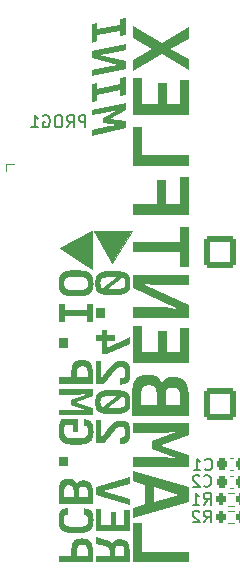
<source format=gbo>
G04 #@! TF.GenerationSoftware,KiCad,Pcbnew,7.0.9+1*
G04 #@! TF.CreationDate,2024-01-15T22:22:17-05:00*
G04 #@! TF.ProjectId,2812-32-mini,32383132-2d33-4322-9d6d-696e692e6b69,rev?*
G04 #@! TF.SameCoordinates,Original*
G04 #@! TF.FileFunction,Legend,Bot*
G04 #@! TF.FilePolarity,Positive*
%FSLAX46Y46*%
G04 Gerber Fmt 4.6, Leading zero omitted, Abs format (unit mm)*
G04 Created by KiCad (PCBNEW 7.0.9+1) date 2024-01-15 22:22:17*
%MOMM*%
%LPD*%
G01*
G04 APERTURE LIST*
G04 Aperture macros list*
%AMRoundRect*
0 Rectangle with rounded corners*
0 $1 Rounding radius*
0 $2 $3 $4 $5 $6 $7 $8 $9 X,Y pos of 4 corners*
0 Add a 4 corners polygon primitive as box body*
4,1,4,$2,$3,$4,$5,$6,$7,$8,$9,$2,$3,0*
0 Add four circle primitives for the rounded corners*
1,1,$1+$1,$2,$3*
1,1,$1+$1,$4,$5*
1,1,$1+$1,$6,$7*
1,1,$1+$1,$8,$9*
0 Add four rect primitives between the rounded corners*
20,1,$1+$1,$2,$3,$4,$5,0*
20,1,$1+$1,$4,$5,$6,$7,0*
20,1,$1+$1,$6,$7,$8,$9,0*
20,1,$1+$1,$8,$9,$2,$3,0*%
G04 Aperture macros list end*
%ADD10C,0.120000*%
%ADD11C,0.600000*%
%ADD12C,1.000000*%
%ADD13C,0.150000*%
%ADD14C,5.000000*%
%ADD15RoundRect,0.250001X1.099999X-1.099999X1.099999X1.099999X-1.099999X1.099999X-1.099999X-1.099999X0*%
%ADD16C,2.700000*%
%ADD17C,0.650000*%
%ADD18O,2.100000X1.000000*%
%ADD19O,1.800000X1.000000*%
%ADD20R,1.700000X1.700000*%
%ADD21O,1.700000X1.700000*%
%ADD22RoundRect,0.225000X0.225000X0.250000X-0.225000X0.250000X-0.225000X-0.250000X0.225000X-0.250000X0*%
%ADD23RoundRect,0.200000X0.200000X0.275000X-0.200000X0.275000X-0.200000X-0.275000X0.200000X-0.275000X0*%
%ADD24C,2.374900*%
%ADD25C,0.990600*%
%ADD26C,0.787400*%
G04 APERTURE END LIST*
D10*
X88587161Y-40774509D02*
X87087161Y-38074509D01*
X90287161Y-38074509D01*
X88587161Y-40774509D01*
G36*
X88587161Y-40774509D02*
G01*
X87087161Y-38074509D01*
X90287161Y-38074509D01*
X88587161Y-40774509D01*
G37*
X86890000Y-41260000D02*
X84190000Y-39560000D01*
X86890000Y-38060000D01*
X86890000Y-41260000D01*
G36*
X86890000Y-41260000D02*
G01*
X84190000Y-39560000D01*
X86890000Y-38060000D01*
X86890000Y-41260000D01*
G37*
D11*
G36*
X86086994Y-64111764D02*
G01*
X86130952Y-64112703D01*
X86173622Y-64114580D01*
X86215004Y-64117397D01*
X86255098Y-64121152D01*
X86293904Y-64125846D01*
X86331422Y-64131479D01*
X86367652Y-64138050D01*
X86402594Y-64145561D01*
X86436248Y-64154010D01*
X86468614Y-64163398D01*
X86499692Y-64173725D01*
X86529482Y-64184991D01*
X86557984Y-64197195D01*
X86585198Y-64210339D01*
X86623604Y-64231814D01*
X86647881Y-64247402D01*
X86682601Y-64273252D01*
X86715286Y-64302064D01*
X86735946Y-64322918D01*
X86755701Y-64345089D01*
X86774552Y-64368577D01*
X86792498Y-64393381D01*
X86809539Y-64419501D01*
X86825677Y-64446938D01*
X86840909Y-64475692D01*
X86855238Y-64505763D01*
X86868661Y-64537150D01*
X86881181Y-64569854D01*
X86892796Y-64603874D01*
X86903506Y-64639211D01*
X86913444Y-64676059D01*
X86922740Y-64714796D01*
X86931396Y-64755423D01*
X86939410Y-64797938D01*
X86946783Y-64842343D01*
X86953515Y-64888636D01*
X86959606Y-64936819D01*
X86965055Y-64986891D01*
X86969864Y-65038851D01*
X86974031Y-65092701D01*
X86977558Y-65148440D01*
X86980443Y-65206068D01*
X86981645Y-65235590D01*
X86982687Y-65265585D01*
X86983568Y-65296052D01*
X86984289Y-65326991D01*
X86984850Y-65358403D01*
X86985251Y-65390286D01*
X86985492Y-65422642D01*
X86985572Y-65455471D01*
X86985572Y-66110530D01*
X84125000Y-66110530D01*
X84125000Y-65573440D01*
X85156681Y-65573440D01*
X85625628Y-65573440D01*
X86552529Y-65573440D01*
X86552529Y-65384396D01*
X86552366Y-65348644D01*
X86551877Y-65313928D01*
X86551061Y-65280248D01*
X86549919Y-65247605D01*
X86548450Y-65215997D01*
X86546656Y-65185426D01*
X86544535Y-65155890D01*
X86540742Y-65113530D01*
X86536214Y-65073501D01*
X86530953Y-65035804D01*
X86524957Y-65000438D01*
X86518228Y-64967402D01*
X86510764Y-64936699D01*
X86508145Y-64926941D01*
X86499647Y-64898734D01*
X86486813Y-64863609D01*
X86472261Y-64831323D01*
X86455992Y-64801877D01*
X86438006Y-64775269D01*
X86418302Y-64751502D01*
X86396882Y-64730573D01*
X86373743Y-64712484D01*
X86355149Y-64700437D01*
X86328072Y-64686217D01*
X86298385Y-64674104D01*
X86266088Y-64664098D01*
X86231180Y-64656198D01*
X86193662Y-64650405D01*
X86163811Y-64647443D01*
X86132491Y-64645665D01*
X86099703Y-64645073D01*
X86065429Y-64645588D01*
X86032675Y-64647134D01*
X86001441Y-64649710D01*
X85971727Y-64653316D01*
X85934473Y-64659727D01*
X85899920Y-64667971D01*
X85868069Y-64678046D01*
X85838920Y-64689952D01*
X85812473Y-64703691D01*
X85794278Y-64715423D01*
X85766128Y-64738267D01*
X85745566Y-64759504D01*
X85726744Y-64783375D01*
X85709662Y-64809879D01*
X85694321Y-64839017D01*
X85680720Y-64870788D01*
X85668859Y-64905191D01*
X85661133Y-64933019D01*
X85654167Y-64962920D01*
X85647961Y-64994894D01*
X85642515Y-65028942D01*
X85637828Y-65065064D01*
X85633902Y-65103260D01*
X85630736Y-65143529D01*
X85628329Y-65185872D01*
X85627147Y-65215253D01*
X85626303Y-65245555D01*
X85625796Y-65276779D01*
X85625628Y-65308925D01*
X85625628Y-65573440D01*
X85156681Y-65573440D01*
X85156681Y-65266427D01*
X85157002Y-65210536D01*
X85157964Y-65156254D01*
X85159566Y-65103581D01*
X85161810Y-65052516D01*
X85164696Y-65003059D01*
X85168222Y-64955212D01*
X85172389Y-64908972D01*
X85177198Y-64864342D01*
X85182647Y-64821320D01*
X85188738Y-64779906D01*
X85195470Y-64740101D01*
X85202843Y-64701905D01*
X85210857Y-64665317D01*
X85219513Y-64630338D01*
X85228809Y-64596967D01*
X85238747Y-64565205D01*
X85249440Y-64534814D01*
X85261004Y-64505557D01*
X85273437Y-64477432D01*
X85286741Y-64450442D01*
X85308327Y-64412081D01*
X85331872Y-64376270D01*
X85357374Y-64343010D01*
X85384835Y-64312300D01*
X85414253Y-64284140D01*
X85445628Y-64258530D01*
X85478962Y-64235470D01*
X85514253Y-64214961D01*
X85526502Y-64208605D01*
X85565166Y-64190747D01*
X85592537Y-64179850D01*
X85621185Y-64169761D01*
X85651110Y-64160479D01*
X85682311Y-64152004D01*
X85714789Y-64144336D01*
X85748543Y-64137475D01*
X85783573Y-64131421D01*
X85819881Y-64126175D01*
X85857465Y-64121736D01*
X85896325Y-64118104D01*
X85936462Y-64115279D01*
X85977875Y-64113261D01*
X86020565Y-64112050D01*
X86064532Y-64111646D01*
X86086994Y-64111764D01*
G37*
G36*
X84078105Y-62547271D02*
G01*
X84078623Y-62602154D01*
X84080177Y-62655429D01*
X84082767Y-62707095D01*
X84086394Y-62757152D01*
X84091056Y-62805601D01*
X84096755Y-62852441D01*
X84103490Y-62897673D01*
X84111261Y-62941296D01*
X84120068Y-62983310D01*
X84129911Y-63023716D01*
X84140790Y-63062514D01*
X84152706Y-63099702D01*
X84165657Y-63135283D01*
X84179645Y-63169254D01*
X84194669Y-63201618D01*
X84210729Y-63232372D01*
X84228100Y-63261693D01*
X84246873Y-63289937D01*
X84267049Y-63317105D01*
X84288627Y-63343197D01*
X84311608Y-63368213D01*
X84335991Y-63392153D01*
X84361777Y-63415016D01*
X84388965Y-63436803D01*
X84417556Y-63457514D01*
X84447549Y-63477149D01*
X84478945Y-63495708D01*
X84511743Y-63513190D01*
X84545943Y-63529597D01*
X84581547Y-63544927D01*
X84618552Y-63559181D01*
X84656960Y-63572358D01*
X84697109Y-63584514D01*
X84739335Y-63595886D01*
X84783639Y-63606473D01*
X84830022Y-63616276D01*
X84878482Y-63625295D01*
X84929020Y-63633530D01*
X84981636Y-63640980D01*
X85036331Y-63647646D01*
X85093103Y-63653528D01*
X85151953Y-63658626D01*
X85182157Y-63660880D01*
X85212881Y-63662939D01*
X85244124Y-63664801D01*
X85275887Y-63666468D01*
X85308169Y-63667938D01*
X85340971Y-63669213D01*
X85374292Y-63670291D01*
X85408133Y-63671174D01*
X85442493Y-63671860D01*
X85477373Y-63672350D01*
X85512772Y-63672644D01*
X85548691Y-63672742D01*
X85584885Y-63672644D01*
X85620559Y-63672350D01*
X85655713Y-63671860D01*
X85690348Y-63671174D01*
X85724464Y-63670291D01*
X85758060Y-63669213D01*
X85791136Y-63667938D01*
X85823693Y-63666468D01*
X85855731Y-63664801D01*
X85887249Y-63662939D01*
X85918247Y-63660880D01*
X85948726Y-63658626D01*
X85978686Y-63656175D01*
X86008126Y-63653528D01*
X86065448Y-63647646D01*
X86120692Y-63640980D01*
X86173857Y-63633530D01*
X86224945Y-63625295D01*
X86273955Y-63616276D01*
X86320887Y-63606473D01*
X86365741Y-63595886D01*
X86408517Y-63584514D01*
X86449214Y-63572358D01*
X86488152Y-63559181D01*
X86525647Y-63544927D01*
X86561700Y-63529597D01*
X86596310Y-63513190D01*
X86629477Y-63495708D01*
X86661202Y-63477149D01*
X86691484Y-63457514D01*
X86720324Y-63436803D01*
X86747721Y-63415016D01*
X86773676Y-63392153D01*
X86798188Y-63368213D01*
X86821257Y-63343197D01*
X86842884Y-63317105D01*
X86863069Y-63289937D01*
X86881810Y-63261693D01*
X86899110Y-63232372D01*
X86915258Y-63201618D01*
X86930365Y-63169254D01*
X86944430Y-63135283D01*
X86957453Y-63099702D01*
X86969435Y-63062514D01*
X86980374Y-63023716D01*
X86990271Y-62983310D01*
X86999127Y-62941296D01*
X87006941Y-62897673D01*
X87013713Y-62852441D01*
X87019443Y-62805601D01*
X87024132Y-62757152D01*
X87027778Y-62707095D01*
X87030383Y-62655429D01*
X87031945Y-62602154D01*
X87032466Y-62547271D01*
X87032166Y-62501215D01*
X87031264Y-62456470D01*
X87029762Y-62413036D01*
X87027658Y-62370912D01*
X87024953Y-62330100D01*
X87021647Y-62290598D01*
X87017740Y-62252408D01*
X87013232Y-62215528D01*
X87008123Y-62179959D01*
X87002413Y-62145701D01*
X86996102Y-62112754D01*
X86989190Y-62081118D01*
X86981676Y-62050793D01*
X86973562Y-62021779D01*
X86960263Y-61980715D01*
X86955530Y-61967683D01*
X86940327Y-61930075D01*
X86923296Y-61894464D01*
X86904435Y-61860850D01*
X86883745Y-61829231D01*
X86861227Y-61799609D01*
X86836879Y-61771984D01*
X86810703Y-61746355D01*
X86782698Y-61722722D01*
X86752863Y-61701086D01*
X86721200Y-61681446D01*
X86699075Y-61669462D01*
X86663945Y-61652853D01*
X86626148Y-61637649D01*
X86585686Y-61623848D01*
X86557230Y-61615427D01*
X86527588Y-61607630D01*
X86496762Y-61600458D01*
X86464751Y-61593909D01*
X86431555Y-61587984D01*
X86397174Y-61582683D01*
X86361608Y-61578006D01*
X86324857Y-61573953D01*
X86286922Y-61570524D01*
X86247801Y-61567720D01*
X86207495Y-61565539D01*
X86186898Y-61564682D01*
X86186898Y-62089316D01*
X86216161Y-62094840D01*
X86257823Y-62103920D01*
X86296807Y-62113954D01*
X86333111Y-62124940D01*
X86366737Y-62136880D01*
X86397683Y-62149773D01*
X86425950Y-62163619D01*
X86451539Y-62178418D01*
X86481489Y-62199633D01*
X86506676Y-62222542D01*
X86512229Y-62228534D01*
X86532665Y-62254512D01*
X86550377Y-62284450D01*
X86565363Y-62318351D01*
X86574815Y-62346375D01*
X86582734Y-62376628D01*
X86589121Y-62409109D01*
X86593974Y-62443819D01*
X86597295Y-62480757D01*
X86599083Y-62519922D01*
X86599424Y-62547271D01*
X86598599Y-62589627D01*
X86596127Y-62630141D01*
X86592005Y-62668813D01*
X86586235Y-62705643D01*
X86578816Y-62740632D01*
X86569748Y-62773779D01*
X86559032Y-62805083D01*
X86546667Y-62834546D01*
X86532654Y-62862167D01*
X86516992Y-62887947D01*
X86505635Y-62904110D01*
X86487021Y-62927096D01*
X86466076Y-62948795D01*
X86442799Y-62969205D01*
X86417192Y-62988328D01*
X86389253Y-63006162D01*
X86358983Y-63022709D01*
X86326382Y-63037967D01*
X86291449Y-63051938D01*
X86254185Y-63064620D01*
X86214590Y-63076015D01*
X86186898Y-63082896D01*
X86157958Y-63089284D01*
X86127558Y-63095260D01*
X86095699Y-63100824D01*
X86062380Y-63105976D01*
X86027601Y-63110716D01*
X85991362Y-63115044D01*
X85953664Y-63118960D01*
X85914506Y-63122463D01*
X85873888Y-63125554D01*
X85831810Y-63128233D01*
X85788273Y-63130500D01*
X85743276Y-63132355D01*
X85696820Y-63133797D01*
X85648903Y-63134828D01*
X85599527Y-63135446D01*
X85548691Y-63135652D01*
X85498405Y-63135446D01*
X85449578Y-63134828D01*
X85402211Y-63133797D01*
X85356304Y-63132355D01*
X85311857Y-63130500D01*
X85268869Y-63128233D01*
X85227341Y-63125554D01*
X85187273Y-63122463D01*
X85148664Y-63118960D01*
X85111515Y-63115044D01*
X85075826Y-63110716D01*
X85041597Y-63105976D01*
X85008828Y-63100824D01*
X84977518Y-63095260D01*
X84947668Y-63089284D01*
X84919277Y-63082896D01*
X84878907Y-63072360D01*
X84840778Y-63060536D01*
X84804890Y-63047424D01*
X84771243Y-63033024D01*
X84739837Y-63017336D01*
X84710673Y-63000361D01*
X84683749Y-62982097D01*
X84659067Y-62962545D01*
X84636626Y-62941705D01*
X84616426Y-62919577D01*
X84604204Y-62904110D01*
X84587574Y-62879558D01*
X84572579Y-62853165D01*
X84559221Y-62824930D01*
X84547498Y-62794853D01*
X84537410Y-62762934D01*
X84528959Y-62729174D01*
X84522143Y-62693571D01*
X84516963Y-62656127D01*
X84513419Y-62616841D01*
X84511511Y-62575713D01*
X84511147Y-62547271D01*
X84511459Y-62516888D01*
X84513097Y-62473472D01*
X84516139Y-62432645D01*
X84520585Y-62394406D01*
X84526435Y-62358757D01*
X84533688Y-62325696D01*
X84542346Y-62295224D01*
X84552407Y-62267341D01*
X84568006Y-62234191D01*
X84586101Y-62205643D01*
X84591015Y-62199225D01*
X84613432Y-62174999D01*
X84640382Y-62152880D01*
X84671867Y-62132867D01*
X84698455Y-62119240D01*
X84727594Y-62106798D01*
X84759283Y-62095541D01*
X84793523Y-62085469D01*
X84830312Y-62076582D01*
X84869652Y-62068879D01*
X84897295Y-62064403D01*
X84897295Y-61539036D01*
X84857568Y-61541987D01*
X84818985Y-61545528D01*
X84781547Y-61549658D01*
X84745254Y-61554378D01*
X84710106Y-61559687D01*
X84676103Y-61565586D01*
X84643245Y-61572075D01*
X84611531Y-61579153D01*
X84580963Y-61586821D01*
X84551539Y-61595079D01*
X84523260Y-61603926D01*
X84482989Y-61618302D01*
X84445293Y-61634005D01*
X84410174Y-61651034D01*
X84399040Y-61657006D01*
X84366975Y-61676120D01*
X84336727Y-61697191D01*
X84308294Y-61720221D01*
X84281677Y-61745208D01*
X84256877Y-61772153D01*
X84233893Y-61801056D01*
X84212724Y-61831916D01*
X84193372Y-61864734D01*
X84175836Y-61899510D01*
X84160116Y-61936244D01*
X84150645Y-61961821D01*
X84137681Y-62002202D01*
X84129747Y-62030790D01*
X84122380Y-62060711D01*
X84115579Y-62091967D01*
X84109345Y-62124556D01*
X84103678Y-62158479D01*
X84098578Y-62193736D01*
X84094044Y-62230327D01*
X84090077Y-62268251D01*
X84086677Y-62307509D01*
X84083843Y-62348101D01*
X84081576Y-62390027D01*
X84079876Y-62433287D01*
X84078742Y-62477880D01*
X84078176Y-62523807D01*
X84078105Y-62547271D01*
G37*
G36*
X84942385Y-59076722D02*
G01*
X84982856Y-59077881D01*
X85021640Y-59079813D01*
X85058736Y-59082518D01*
X85094145Y-59085996D01*
X85127867Y-59090246D01*
X85159902Y-59095269D01*
X85190249Y-59101065D01*
X85228088Y-59109996D01*
X85262927Y-59120300D01*
X85295350Y-59132287D01*
X85325942Y-59146266D01*
X85354701Y-59162237D01*
X85381629Y-59180200D01*
X85406725Y-59200156D01*
X85429989Y-59222103D01*
X85451421Y-59246043D01*
X85471022Y-59271974D01*
X85480293Y-59285699D01*
X85497855Y-59315260D01*
X85514113Y-59347637D01*
X85529065Y-59382831D01*
X85539422Y-59411075D01*
X85549046Y-59440903D01*
X85557935Y-59472315D01*
X85566090Y-59505311D01*
X85573512Y-59539892D01*
X85580198Y-59576057D01*
X85605111Y-59576057D01*
X85614475Y-59537099D01*
X85625255Y-59500460D01*
X85637453Y-59466139D01*
X85651067Y-59434136D01*
X85666098Y-59404452D01*
X85682546Y-59377087D01*
X85700410Y-59352039D01*
X85719692Y-59329310D01*
X85747604Y-59302612D01*
X85778035Y-59280034D01*
X85786110Y-59274985D01*
X85812164Y-59260800D01*
X85840962Y-59248058D01*
X85872503Y-59236758D01*
X85906787Y-59226900D01*
X85943815Y-59218485D01*
X85983586Y-59211513D01*
X86026101Y-59205983D01*
X86055968Y-59203098D01*
X86087055Y-59200854D01*
X86119361Y-59199251D01*
X86152886Y-59198289D01*
X86187630Y-59197969D01*
X86226096Y-59198421D01*
X86263456Y-59199778D01*
X86299712Y-59202039D01*
X86334863Y-59205204D01*
X86368909Y-59209275D01*
X86401850Y-59214249D01*
X86433687Y-59220128D01*
X86464419Y-59226912D01*
X86494045Y-59234599D01*
X86522567Y-59243192D01*
X86563279Y-59257776D01*
X86601505Y-59274396D01*
X86637244Y-59293050D01*
X86670498Y-59313740D01*
X86701771Y-59336701D01*
X86731292Y-59362443D01*
X86759061Y-59390968D01*
X86785079Y-59422275D01*
X86809345Y-59456364D01*
X86831859Y-59493235D01*
X86845895Y-59519362D01*
X86859153Y-59546725D01*
X86871632Y-59575324D01*
X86883333Y-59605160D01*
X86894255Y-59636232D01*
X86904399Y-59668541D01*
X86913764Y-59702086D01*
X86918182Y-59719392D01*
X86926597Y-59755353D01*
X86934451Y-59793112D01*
X86941744Y-59832668D01*
X86948476Y-59874021D01*
X86954647Y-59917172D01*
X86960257Y-59962120D01*
X86965306Y-60008866D01*
X86969794Y-60057409D01*
X86973721Y-60107750D01*
X86977087Y-60159888D01*
X86979892Y-60213824D01*
X86982136Y-60269557D01*
X86983819Y-60327088D01*
X86984450Y-60356527D01*
X86984941Y-60386416D01*
X86985291Y-60416754D01*
X86985502Y-60447541D01*
X86985572Y-60478778D01*
X86985572Y-61155087D01*
X84119138Y-61155087D01*
X84114169Y-61098721D01*
X84109521Y-61043014D01*
X84105193Y-60987965D01*
X84101186Y-60933574D01*
X84097499Y-60879841D01*
X84094133Y-60826767D01*
X84091088Y-60774351D01*
X84088363Y-60722594D01*
X84085959Y-60671494D01*
X84084082Y-60626057D01*
X84547051Y-60626057D01*
X85344260Y-60626057D01*
X85813206Y-60626057D01*
X86552529Y-60626057D01*
X86552529Y-60487571D01*
X86552478Y-60463540D01*
X86552207Y-60428051D01*
X86551705Y-60393232D01*
X86550971Y-60359083D01*
X86550005Y-60325604D01*
X86548807Y-60292794D01*
X86547377Y-60260654D01*
X86545716Y-60229184D01*
X86543822Y-60198384D01*
X86541697Y-60168253D01*
X86539340Y-60138792D01*
X86536369Y-60109443D01*
X86531075Y-60067673D01*
X86524777Y-60028608D01*
X86517474Y-59992248D01*
X86509167Y-59958593D01*
X86499854Y-59927642D01*
X86489537Y-59899396D01*
X86474219Y-59865942D01*
X86457114Y-59837297D01*
X86438224Y-59813461D01*
X86416574Y-59793196D01*
X86391191Y-59775634D01*
X86362077Y-59760773D01*
X86329230Y-59748614D01*
X86292651Y-59739158D01*
X86262767Y-59733838D01*
X86230784Y-59730038D01*
X86196701Y-59727759D01*
X86160519Y-59726999D01*
X86148006Y-59727062D01*
X86111988Y-59728018D01*
X86078248Y-59730119D01*
X86046789Y-59733367D01*
X86008389Y-59739481D01*
X85974043Y-59747633D01*
X85943749Y-59757822D01*
X85911581Y-59773425D01*
X85885746Y-59792212D01*
X85864848Y-59815417D01*
X85847493Y-59844275D01*
X85836158Y-59871432D01*
X85827091Y-59902207D01*
X85820290Y-59936599D01*
X85815756Y-59974610D01*
X85813844Y-60005491D01*
X85813206Y-60038408D01*
X85813206Y-60626057D01*
X85344260Y-60626057D01*
X85344260Y-60143189D01*
X85344225Y-60130142D01*
X85343710Y-60092161D01*
X85342577Y-60055919D01*
X85340825Y-60021415D01*
X85338455Y-59988651D01*
X85335467Y-59957625D01*
X85330521Y-59918962D01*
X85324476Y-59883391D01*
X85317332Y-59850910D01*
X85309089Y-59821521D01*
X85304581Y-59807848D01*
X85291533Y-59775845D01*
X85275944Y-59746954D01*
X85257816Y-59721176D01*
X85237147Y-59698511D01*
X85213938Y-59678959D01*
X85188189Y-59662519D01*
X85171327Y-59653876D01*
X85140332Y-59641361D01*
X85105724Y-59631207D01*
X85075436Y-59624785D01*
X85042836Y-59619873D01*
X85007922Y-59616473D01*
X84970696Y-59614584D01*
X84941259Y-59614159D01*
X84931575Y-59614216D01*
X84894240Y-59615590D01*
X84859149Y-59618795D01*
X84826302Y-59623833D01*
X84795699Y-59630702D01*
X84760601Y-59641865D01*
X84729010Y-59655890D01*
X84700924Y-59672777D01*
X84695706Y-59676517D01*
X84671051Y-59697515D01*
X84648794Y-59722341D01*
X84628934Y-59750996D01*
X84614771Y-59776676D01*
X84602143Y-59804805D01*
X84591049Y-59835385D01*
X84581489Y-59868415D01*
X84579371Y-59877050D01*
X84571568Y-59913921D01*
X84566423Y-59944024D01*
X84561882Y-59976226D01*
X84557948Y-60010528D01*
X84554618Y-60046929D01*
X84551894Y-60085429D01*
X84549775Y-60126029D01*
X84548262Y-60168728D01*
X84547589Y-60198361D01*
X84547186Y-60228926D01*
X84547051Y-60260425D01*
X84547051Y-60281603D01*
X84547051Y-60313788D01*
X84547051Y-60346475D01*
X84547051Y-60379665D01*
X84547051Y-60413357D01*
X84547051Y-60447551D01*
X84547051Y-60482247D01*
X84547051Y-60517446D01*
X84547051Y-60553147D01*
X84547051Y-60589351D01*
X84547051Y-60626057D01*
X84084082Y-60626057D01*
X84083875Y-60621054D01*
X84082112Y-60571271D01*
X84080669Y-60522147D01*
X84079547Y-60473681D01*
X84078746Y-60425873D01*
X84078265Y-60378724D01*
X84078105Y-60332233D01*
X84078176Y-60301453D01*
X84078388Y-60271121D01*
X84078742Y-60241238D01*
X84079238Y-60211802D01*
X84080655Y-60154274D01*
X84082639Y-60098538D01*
X84085189Y-60044594D01*
X84088306Y-59992441D01*
X84091990Y-59942080D01*
X84096240Y-59893511D01*
X84101057Y-59846734D01*
X84106441Y-59801749D01*
X84112391Y-59758555D01*
X84118909Y-59717153D01*
X84125993Y-59677542D01*
X84133643Y-59639724D01*
X84141861Y-59603697D01*
X84150645Y-59569462D01*
X84155324Y-59552943D01*
X84165279Y-59520806D01*
X84176029Y-59489871D01*
X84187576Y-59460138D01*
X84199917Y-59431608D01*
X84213055Y-59404279D01*
X84234253Y-59365540D01*
X84257242Y-59329506D01*
X84282021Y-59296177D01*
X84308590Y-59265553D01*
X84336950Y-59237633D01*
X84367100Y-59212419D01*
X84399040Y-59189909D01*
X84410177Y-59182921D01*
X84445339Y-59163290D01*
X84483129Y-59145655D01*
X84523547Y-59130017D01*
X84551951Y-59120700D01*
X84581524Y-59112271D01*
X84612264Y-59104729D01*
X84644172Y-59098074D01*
X84677248Y-59092307D01*
X84711491Y-59087427D01*
X84746903Y-59083434D01*
X84783482Y-59080329D01*
X84821229Y-59078110D01*
X84860144Y-59076780D01*
X84900226Y-59076336D01*
X84942385Y-59076722D01*
G37*
G36*
X84875314Y-58016078D02*
G01*
X84875314Y-57218136D01*
X84125000Y-57218136D01*
X84125000Y-58016078D01*
X84875314Y-58016078D01*
G37*
G36*
X84078105Y-54994305D02*
G01*
X84078623Y-55051721D01*
X84080177Y-55107466D01*
X84082767Y-55161539D01*
X84086394Y-55213941D01*
X84091056Y-55264671D01*
X84096755Y-55313729D01*
X84103490Y-55361116D01*
X84111261Y-55406831D01*
X84120068Y-55450875D01*
X84129911Y-55493247D01*
X84140790Y-55533948D01*
X84152706Y-55572978D01*
X84165657Y-55610335D01*
X84179645Y-55646021D01*
X84194669Y-55680036D01*
X84210729Y-55712379D01*
X84228108Y-55743323D01*
X84246907Y-55773138D01*
X84267126Y-55801826D01*
X84288764Y-55829387D01*
X84311822Y-55855819D01*
X84336300Y-55881124D01*
X84362197Y-55905301D01*
X84389515Y-55928351D01*
X84418251Y-55950273D01*
X84448408Y-55971067D01*
X84479984Y-55990733D01*
X84512979Y-56009272D01*
X84547395Y-56026682D01*
X84583230Y-56042966D01*
X84620484Y-56058121D01*
X84659159Y-56072149D01*
X84699573Y-56085103D01*
X84742049Y-56097222D01*
X84786585Y-56108505D01*
X84833182Y-56118952D01*
X84881839Y-56128563D01*
X84932558Y-56137339D01*
X84985337Y-56145279D01*
X85040177Y-56152383D01*
X85097078Y-56158651D01*
X85126302Y-56161472D01*
X85156040Y-56164083D01*
X85186294Y-56166486D01*
X85217063Y-56168680D01*
X85248347Y-56170665D01*
X85280146Y-56172441D01*
X85312461Y-56174008D01*
X85345290Y-56175366D01*
X85378635Y-56176515D01*
X85412495Y-56177456D01*
X85446870Y-56178187D01*
X85481761Y-56178709D01*
X85517167Y-56179023D01*
X85553087Y-56179127D01*
X85589279Y-56179028D01*
X85624946Y-56178732D01*
X85660090Y-56178238D01*
X85694710Y-56177547D01*
X85728806Y-56176659D01*
X85762379Y-56175572D01*
X85795427Y-56174289D01*
X85827952Y-56172807D01*
X85859953Y-56171129D01*
X85891431Y-56169253D01*
X85922384Y-56167179D01*
X85952814Y-56164908D01*
X85982720Y-56162439D01*
X86012102Y-56159773D01*
X86069295Y-56153848D01*
X86124392Y-56147133D01*
X86177395Y-56139629D01*
X86228303Y-56131334D01*
X86277115Y-56122249D01*
X86323832Y-56112374D01*
X86368454Y-56101710D01*
X86410981Y-56090255D01*
X86451413Y-56078011D01*
X86490084Y-56064842D01*
X86527330Y-56050613D01*
X86563151Y-56035326D01*
X86597546Y-56018980D01*
X86630516Y-56001575D01*
X86662061Y-55983111D01*
X86692180Y-55963588D01*
X86720874Y-55943005D01*
X86748142Y-55921364D01*
X86773985Y-55898664D01*
X86798403Y-55874905D01*
X86821395Y-55850086D01*
X86842962Y-55824209D01*
X86863103Y-55797273D01*
X86881819Y-55769277D01*
X86899110Y-55740223D01*
X86915258Y-55709769D01*
X86930365Y-55677758D01*
X86944430Y-55644190D01*
X86957453Y-55609064D01*
X86969435Y-55572382D01*
X86980374Y-55534143D01*
X86990271Y-55494347D01*
X86999127Y-55452993D01*
X87006941Y-55410083D01*
X87013713Y-55365615D01*
X87019443Y-55319591D01*
X87024132Y-55272009D01*
X87027778Y-55222871D01*
X87030383Y-55172175D01*
X87031945Y-55119922D01*
X87032466Y-55066113D01*
X87032166Y-55017878D01*
X87031264Y-54970995D01*
X87029762Y-54925463D01*
X87027658Y-54881282D01*
X87024953Y-54838452D01*
X87021647Y-54796972D01*
X87017740Y-54756844D01*
X87013232Y-54718066D01*
X87008123Y-54680640D01*
X87002413Y-54644565D01*
X86996102Y-54609840D01*
X86989190Y-54576467D01*
X86981676Y-54544444D01*
X86973562Y-54513773D01*
X86964846Y-54484452D01*
X86955530Y-54456482D01*
X86940203Y-54416597D01*
X86923072Y-54378825D01*
X86904139Y-54343164D01*
X86883402Y-54309616D01*
X86860862Y-54278180D01*
X86836519Y-54248857D01*
X86810372Y-54221646D01*
X86782423Y-54196547D01*
X86752670Y-54173560D01*
X86721114Y-54152686D01*
X86699075Y-54139944D01*
X86664063Y-54122118D01*
X86626346Y-54105734D01*
X86585924Y-54090794D01*
X86557474Y-54081635D01*
X86527821Y-54073117D01*
X86496966Y-54065240D01*
X86464909Y-54058004D01*
X86431650Y-54051409D01*
X86397189Y-54045456D01*
X86361526Y-54040144D01*
X86324661Y-54035473D01*
X86286593Y-54031443D01*
X86247323Y-54028054D01*
X86206852Y-54025306D01*
X86186165Y-54024173D01*
X86186165Y-54545143D01*
X86222607Y-54548852D01*
X86256827Y-54553752D01*
X86288827Y-54559843D01*
X86318606Y-54567124D01*
X86352705Y-54577901D01*
X86383335Y-54590537D01*
X86410494Y-54605035D01*
X86415509Y-54608157D01*
X86443613Y-54629100D01*
X86464633Y-54649583D01*
X86483469Y-54672821D01*
X86500124Y-54698813D01*
X86514596Y-54727560D01*
X86526886Y-54759063D01*
X86529082Y-54765694D01*
X86539003Y-54801128D01*
X86545729Y-54832361D01*
X86551379Y-54866158D01*
X86555953Y-54902519D01*
X86559451Y-54941446D01*
X86561368Y-54972323D01*
X86562679Y-55004643D01*
X86563386Y-55038406D01*
X86563520Y-55061716D01*
X86562702Y-55104072D01*
X86560249Y-55144586D01*
X86556159Y-55183258D01*
X86550434Y-55220089D01*
X86543073Y-55255077D01*
X86534076Y-55288224D01*
X86523444Y-55319529D01*
X86511176Y-55348992D01*
X86497272Y-55376613D01*
X86481732Y-55402392D01*
X86470464Y-55418555D01*
X86452039Y-55441541D01*
X86431386Y-55463240D01*
X86408504Y-55483650D01*
X86383395Y-55502773D01*
X86356057Y-55520607D01*
X86326491Y-55537154D01*
X86294697Y-55552412D01*
X86260674Y-55566383D01*
X86224423Y-55579065D01*
X86185944Y-55590460D01*
X86159054Y-55597341D01*
X86116516Y-55606638D01*
X86086382Y-55612328D01*
X86054829Y-55617612D01*
X86021856Y-55622489D01*
X85987464Y-55626960D01*
X85951652Y-55631024D01*
X85914420Y-55634682D01*
X85875768Y-55637933D01*
X85835697Y-55640779D01*
X85794207Y-55643217D01*
X85751296Y-55645249D01*
X85706966Y-55646875D01*
X85661216Y-55648094D01*
X85614047Y-55648907D01*
X85565458Y-55649314D01*
X85540631Y-55649364D01*
X85492417Y-55649135D01*
X85445594Y-55648449D01*
X85400162Y-55647304D01*
X85356121Y-55645701D01*
X85313471Y-55643640D01*
X85272212Y-55641121D01*
X85232344Y-55638145D01*
X85193867Y-55634710D01*
X85156781Y-55630817D01*
X85121087Y-55626467D01*
X85086783Y-55621658D01*
X85053870Y-55616392D01*
X85022349Y-55610667D01*
X84992218Y-55604485D01*
X84963479Y-55597844D01*
X84936130Y-55590746D01*
X84897376Y-55579073D01*
X84860799Y-55566034D01*
X84826399Y-55551630D01*
X84794175Y-55535860D01*
X84764128Y-55518726D01*
X84736258Y-55500226D01*
X84710565Y-55480360D01*
X84687048Y-55459130D01*
X84665708Y-55436534D01*
X84646545Y-55412573D01*
X84634979Y-55395840D01*
X84619265Y-55369138D01*
X84605097Y-55340413D01*
X84592475Y-55309667D01*
X84581398Y-55276898D01*
X84571867Y-55242107D01*
X84563881Y-55205294D01*
X84557441Y-55166458D01*
X84552547Y-55125601D01*
X84549198Y-55082721D01*
X84547824Y-55053011D01*
X84547137Y-55022403D01*
X84547051Y-55006762D01*
X84547219Y-54977352D01*
X84547963Y-54939823D01*
X84549302Y-54904217D01*
X84551237Y-54870534D01*
X84553767Y-54838775D01*
X84556893Y-54808939D01*
X84561637Y-54774349D01*
X84566102Y-54748841D01*
X84572717Y-54717679D01*
X84580656Y-54686015D01*
X84589919Y-54653851D01*
X84600506Y-54621186D01*
X84612416Y-54588020D01*
X84625651Y-54554353D01*
X84631315Y-54540746D01*
X85286374Y-54540746D01*
X85286374Y-55132791D01*
X85719417Y-55132791D01*
X85719417Y-54032233D01*
X84300122Y-54032233D01*
X84284236Y-54067180D01*
X84269004Y-54101498D01*
X84254423Y-54135187D01*
X84240496Y-54168245D01*
X84227221Y-54200674D01*
X84214598Y-54232474D01*
X84202629Y-54263643D01*
X84191311Y-54294183D01*
X84180647Y-54324093D01*
X84170635Y-54353374D01*
X84161275Y-54382025D01*
X84152568Y-54410046D01*
X84140732Y-54450897D01*
X84130363Y-54490331D01*
X84124267Y-54515833D01*
X84116017Y-54554278D01*
X84108579Y-54594049D01*
X84101952Y-54635147D01*
X84096137Y-54677572D01*
X84091133Y-54721323D01*
X84088248Y-54751227D01*
X84085723Y-54781722D01*
X84083560Y-54812805D01*
X84081756Y-54844479D01*
X84080314Y-54876742D01*
X84079232Y-54909594D01*
X84078511Y-54943036D01*
X84078150Y-54977068D01*
X84078105Y-54994305D01*
G37*
G36*
X86985572Y-53694445D02*
G01*
X86985572Y-53060635D01*
X85625628Y-52602679D01*
X85625628Y-52556517D01*
X86985572Y-52090502D01*
X86985572Y-51464752D01*
X84125000Y-51464752D01*
X84125000Y-51960076D01*
X85572871Y-51960076D01*
X86317323Y-51909518D01*
X86317323Y-51926371D01*
X85109787Y-52367473D01*
X85109787Y-52791723D01*
X86317323Y-53232826D01*
X86317323Y-53249678D01*
X85572871Y-53199120D01*
X84125000Y-53199120D01*
X84125000Y-53694445D01*
X86985572Y-53694445D01*
G37*
G36*
X86086994Y-49005832D02*
G01*
X86130952Y-49006771D01*
X86173622Y-49008649D01*
X86215004Y-49011465D01*
X86255098Y-49015220D01*
X86293904Y-49019914D01*
X86331422Y-49025547D01*
X86367652Y-49032119D01*
X86402594Y-49039629D01*
X86436248Y-49048079D01*
X86468614Y-49057467D01*
X86499692Y-49067793D01*
X86529482Y-49079059D01*
X86557984Y-49091264D01*
X86585198Y-49104407D01*
X86623604Y-49125882D01*
X86647881Y-49141470D01*
X86682601Y-49167320D01*
X86715286Y-49196133D01*
X86735946Y-49216987D01*
X86755701Y-49239158D01*
X86774552Y-49262645D01*
X86792498Y-49287449D01*
X86809539Y-49313570D01*
X86825677Y-49341007D01*
X86840909Y-49369761D01*
X86855238Y-49399831D01*
X86868661Y-49431218D01*
X86881181Y-49463922D01*
X86892796Y-49497942D01*
X86903506Y-49533279D01*
X86913444Y-49570128D01*
X86922740Y-49608865D01*
X86931396Y-49649491D01*
X86939410Y-49692007D01*
X86946783Y-49736411D01*
X86953515Y-49782705D01*
X86959606Y-49830887D01*
X86965055Y-49880959D01*
X86969864Y-49932920D01*
X86974031Y-49986770D01*
X86977558Y-50042508D01*
X86980443Y-50100136D01*
X86981645Y-50129659D01*
X86982687Y-50159653D01*
X86983568Y-50190120D01*
X86984289Y-50221060D01*
X86984850Y-50252471D01*
X86985251Y-50284355D01*
X86985492Y-50316711D01*
X86985572Y-50349539D01*
X86985572Y-51004598D01*
X84125000Y-51004598D01*
X84125000Y-50467508D01*
X85156681Y-50467508D01*
X85625628Y-50467508D01*
X86552529Y-50467508D01*
X86552529Y-50278464D01*
X86552366Y-50242712D01*
X86551877Y-50207996D01*
X86551061Y-50174317D01*
X86549919Y-50141673D01*
X86548450Y-50110065D01*
X86546656Y-50079494D01*
X86544535Y-50049959D01*
X86540742Y-50007599D01*
X86536214Y-49967570D01*
X86530953Y-49929872D01*
X86524957Y-49894506D01*
X86518228Y-49861471D01*
X86510764Y-49830767D01*
X86508145Y-49821010D01*
X86499647Y-49792803D01*
X86486813Y-49757677D01*
X86472261Y-49725392D01*
X86455992Y-49695945D01*
X86438006Y-49669338D01*
X86418302Y-49645570D01*
X86396882Y-49624641D01*
X86373743Y-49606552D01*
X86355149Y-49594505D01*
X86328072Y-49580286D01*
X86298385Y-49568173D01*
X86266088Y-49558166D01*
X86231180Y-49550267D01*
X86193662Y-49544473D01*
X86163811Y-49541511D01*
X86132491Y-49539734D01*
X86099703Y-49539141D01*
X86065429Y-49539656D01*
X86032675Y-49541202D01*
X86001441Y-49543778D01*
X85971727Y-49547384D01*
X85934473Y-49553796D01*
X85899920Y-49562039D01*
X85868069Y-49572114D01*
X85838920Y-49584021D01*
X85812473Y-49597759D01*
X85794278Y-49609491D01*
X85766128Y-49632335D01*
X85745566Y-49653573D01*
X85726744Y-49677444D01*
X85709662Y-49703948D01*
X85694321Y-49733085D01*
X85680720Y-49764856D01*
X85668859Y-49799260D01*
X85661133Y-49827087D01*
X85654167Y-49856988D01*
X85647961Y-49888963D01*
X85642515Y-49923011D01*
X85637828Y-49959133D01*
X85633902Y-49997328D01*
X85630736Y-50037598D01*
X85628329Y-50079941D01*
X85627147Y-50109321D01*
X85626303Y-50139624D01*
X85625796Y-50170848D01*
X85625628Y-50202993D01*
X85625628Y-50467508D01*
X85156681Y-50467508D01*
X85156681Y-50160495D01*
X85157002Y-50104604D01*
X85157964Y-50050322D01*
X85159566Y-49997649D01*
X85161810Y-49946584D01*
X85164696Y-49897128D01*
X85168222Y-49849280D01*
X85172389Y-49803041D01*
X85177198Y-49758410D01*
X85182647Y-49715388D01*
X85188738Y-49673975D01*
X85195470Y-49634170D01*
X85202843Y-49595973D01*
X85210857Y-49559386D01*
X85219513Y-49524406D01*
X85228809Y-49491036D01*
X85238747Y-49459274D01*
X85249440Y-49428883D01*
X85261004Y-49399625D01*
X85273437Y-49371501D01*
X85286741Y-49344510D01*
X85308327Y-49306149D01*
X85331872Y-49270339D01*
X85357374Y-49237078D01*
X85384835Y-49206368D01*
X85414253Y-49178208D01*
X85445628Y-49152598D01*
X85478962Y-49129539D01*
X85514253Y-49109030D01*
X85526502Y-49102673D01*
X85565166Y-49084815D01*
X85592537Y-49073919D01*
X85621185Y-49063829D01*
X85651110Y-49054547D01*
X85682311Y-49046072D01*
X85714789Y-49038404D01*
X85748543Y-49031543D01*
X85783573Y-49025490D01*
X85819881Y-49020243D01*
X85857465Y-49015804D01*
X85896325Y-49012172D01*
X85936462Y-49009347D01*
X85977875Y-49007329D01*
X86020565Y-49006118D01*
X86064532Y-49005715D01*
X86086994Y-49005832D01*
G37*
G36*
X84875314Y-47945457D02*
G01*
X84875314Y-47147515D01*
X84125000Y-47147515D01*
X84125000Y-47945457D01*
X84875314Y-47945457D01*
G37*
G36*
X84593946Y-45818346D02*
G01*
X84593946Y-45293712D01*
X86516625Y-45293712D01*
X86516625Y-45789036D01*
X86985572Y-45789036D01*
X86985572Y-44273021D01*
X86516625Y-44273021D01*
X86516625Y-44768346D01*
X84593946Y-44768346D01*
X84593946Y-44243712D01*
X84125000Y-44243712D01*
X84125000Y-45818346D01*
X84593946Y-45818346D01*
G37*
G36*
X85581446Y-41402287D02*
G01*
X85617339Y-41402577D01*
X85652704Y-41403060D01*
X85687543Y-41403736D01*
X85721855Y-41404606D01*
X85755641Y-41405668D01*
X85788900Y-41406924D01*
X85821632Y-41408373D01*
X85853838Y-41410015D01*
X85885517Y-41411851D01*
X85916670Y-41413879D01*
X85947295Y-41416101D01*
X85977394Y-41418516D01*
X86006967Y-41421124D01*
X86064532Y-41426920D01*
X86119990Y-41433489D01*
X86173342Y-41440831D01*
X86224587Y-41448945D01*
X86273726Y-41457832D01*
X86320758Y-41467492D01*
X86365683Y-41477925D01*
X86408502Y-41489131D01*
X86449214Y-41501109D01*
X86488152Y-41514015D01*
X86525647Y-41528002D01*
X86561700Y-41543072D01*
X86596310Y-41559224D01*
X86629477Y-41576457D01*
X86661202Y-41594772D01*
X86691484Y-41614170D01*
X86720324Y-41634649D01*
X86747721Y-41656210D01*
X86773676Y-41678853D01*
X86798188Y-41702578D01*
X86821257Y-41727385D01*
X86842884Y-41753274D01*
X86863069Y-41780244D01*
X86881810Y-41808297D01*
X86899110Y-41837431D01*
X86915258Y-41867797D01*
X86930365Y-41899725D01*
X86944430Y-41933216D01*
X86957453Y-41968269D01*
X86969435Y-42004886D01*
X86980374Y-42043065D01*
X86990271Y-42082807D01*
X86999127Y-42124112D01*
X87006941Y-42166979D01*
X87013713Y-42211409D01*
X87019443Y-42257402D01*
X87024132Y-42304958D01*
X87027778Y-42354077D01*
X87030383Y-42404758D01*
X87031945Y-42457002D01*
X87032466Y-42510809D01*
X87031945Y-42564707D01*
X87030383Y-42617043D01*
X87027778Y-42667816D01*
X87024132Y-42717026D01*
X87019443Y-42764674D01*
X87013713Y-42810758D01*
X87006941Y-42855280D01*
X86999127Y-42898239D01*
X86990271Y-42939636D01*
X86980374Y-42979469D01*
X86969435Y-43017740D01*
X86957453Y-43054448D01*
X86944430Y-43089593D01*
X86930365Y-43123175D01*
X86915258Y-43155195D01*
X86899110Y-43185652D01*
X86881810Y-43214698D01*
X86863069Y-43242667D01*
X86842884Y-43269561D01*
X86821257Y-43295378D01*
X86798188Y-43320119D01*
X86773676Y-43343784D01*
X86747721Y-43366373D01*
X86720324Y-43387885D01*
X86691484Y-43408321D01*
X86661202Y-43427681D01*
X86629477Y-43445965D01*
X86596310Y-43463173D01*
X86561700Y-43479304D01*
X86525647Y-43494360D01*
X86488152Y-43508339D01*
X86449214Y-43521242D01*
X86408502Y-43533220D01*
X86365683Y-43544426D01*
X86320758Y-43554858D01*
X86273726Y-43564518D01*
X86224587Y-43573406D01*
X86173342Y-43581520D01*
X86119990Y-43588862D01*
X86064532Y-43595430D01*
X86006967Y-43601226D01*
X85977394Y-43603835D01*
X85947295Y-43606250D01*
X85916670Y-43608471D01*
X85885517Y-43610500D01*
X85853838Y-43612335D01*
X85821632Y-43613978D01*
X85788900Y-43615427D01*
X85755641Y-43616682D01*
X85721855Y-43617745D01*
X85687543Y-43618614D01*
X85652704Y-43619291D01*
X85617339Y-43619774D01*
X85581446Y-43620063D01*
X85545027Y-43620160D01*
X85509064Y-43620063D01*
X85473621Y-43619774D01*
X85438699Y-43619291D01*
X85404298Y-43618614D01*
X85370418Y-43617745D01*
X85337058Y-43616682D01*
X85304220Y-43615427D01*
X85271903Y-43613978D01*
X85240106Y-43612335D01*
X85208831Y-43610500D01*
X85178076Y-43608471D01*
X85147843Y-43606250D01*
X85088938Y-43601226D01*
X85032117Y-43595430D01*
X84977380Y-43588862D01*
X84924727Y-43581520D01*
X84874157Y-43573406D01*
X84825671Y-43564518D01*
X84779269Y-43554858D01*
X84734950Y-43544426D01*
X84692715Y-43533220D01*
X84652564Y-43521242D01*
X84614253Y-43508339D01*
X84577356Y-43494360D01*
X84541873Y-43479304D01*
X84507804Y-43463173D01*
X84475149Y-43445965D01*
X84443908Y-43427681D01*
X84414081Y-43408321D01*
X84385668Y-43387885D01*
X84358668Y-43366373D01*
X84333083Y-43343784D01*
X84308912Y-43320119D01*
X84286154Y-43295378D01*
X84264810Y-43269561D01*
X84244881Y-43242667D01*
X84226365Y-43214698D01*
X84209263Y-43185652D01*
X84193381Y-43155195D01*
X84178523Y-43123175D01*
X84164690Y-43089593D01*
X84151881Y-43054448D01*
X84140098Y-43017740D01*
X84129339Y-42979469D01*
X84119604Y-42939636D01*
X84110894Y-42898239D01*
X84103209Y-42855280D01*
X84096549Y-42810758D01*
X84090913Y-42764674D01*
X84086302Y-42717026D01*
X84082716Y-42667816D01*
X84080154Y-42617043D01*
X84078617Y-42564707D01*
X84078105Y-42510809D01*
X84547051Y-42510809D01*
X84547139Y-42524905D01*
X84548459Y-42565981D01*
X84551364Y-42605242D01*
X84555852Y-42642686D01*
X84561925Y-42678314D01*
X84569583Y-42712126D01*
X84578824Y-42744122D01*
X84589650Y-42774302D01*
X84602059Y-42802666D01*
X84616054Y-42829214D01*
X84637177Y-42861786D01*
X84642974Y-42869456D01*
X84668540Y-42898748D01*
X84690208Y-42919259D01*
X84714015Y-42938521D01*
X84739959Y-42956534D01*
X84768042Y-42973297D01*
X84798263Y-42988811D01*
X84830621Y-43003076D01*
X84865118Y-43016091D01*
X84901753Y-43027857D01*
X84940526Y-43038374D01*
X84953982Y-43041574D01*
X84996454Y-43050567D01*
X85026522Y-43056053D01*
X85057992Y-43061134D01*
X85090865Y-43065808D01*
X85125140Y-43070075D01*
X85160817Y-43073937D01*
X85197897Y-43077391D01*
X85236380Y-43080440D01*
X85276265Y-43083081D01*
X85317552Y-43085317D01*
X85360242Y-43087146D01*
X85404335Y-43088568D01*
X85449830Y-43089584D01*
X85496727Y-43090194D01*
X85545027Y-43090397D01*
X85569810Y-43090346D01*
X85618319Y-43089940D01*
X85665420Y-43089127D01*
X85711112Y-43087908D01*
X85755396Y-43086282D01*
X85798272Y-43084250D01*
X85839740Y-43081811D01*
X85879800Y-43078966D01*
X85918451Y-43075715D01*
X85955695Y-43072057D01*
X85991530Y-43067993D01*
X86025956Y-43063522D01*
X86058975Y-43058645D01*
X86090585Y-43053361D01*
X86120787Y-43047671D01*
X86163450Y-43038374D01*
X86177017Y-43035007D01*
X86216207Y-43024074D01*
X86253129Y-43011892D01*
X86287785Y-42998460D01*
X86320174Y-42983779D01*
X86350296Y-42967848D01*
X86378151Y-42950669D01*
X86403739Y-42932240D01*
X86427061Y-42912561D01*
X86448115Y-42891633D01*
X86472662Y-42861786D01*
X86483664Y-42845903D01*
X86498837Y-42820566D01*
X86512412Y-42793413D01*
X86524391Y-42764444D01*
X86534772Y-42733659D01*
X86543556Y-42701057D01*
X86550743Y-42666640D01*
X86556333Y-42630406D01*
X86560326Y-42592357D01*
X86562722Y-42552491D01*
X86563520Y-42510809D01*
X86563431Y-42496760D01*
X86562100Y-42455843D01*
X86559172Y-42416767D01*
X86554647Y-42379533D01*
X86548525Y-42344141D01*
X86540806Y-42310591D01*
X86531489Y-42278883D01*
X86520575Y-42249016D01*
X86508065Y-42220991D01*
X86493957Y-42194808D01*
X86472662Y-42162763D01*
X86466905Y-42155184D01*
X86441403Y-42126241D01*
X86419676Y-42105976D01*
X86395722Y-42086948D01*
X86369539Y-42069157D01*
X86341128Y-42052602D01*
X86310488Y-42037283D01*
X86277621Y-42023201D01*
X86242525Y-42010355D01*
X86205201Y-41998746D01*
X86165648Y-41988374D01*
X86137808Y-41981985D01*
X86108507Y-41976009D01*
X86077747Y-41970445D01*
X86045527Y-41965293D01*
X86011847Y-41960553D01*
X85976708Y-41956225D01*
X85940108Y-41952310D01*
X85902049Y-41948806D01*
X85862531Y-41945715D01*
X85821552Y-41943036D01*
X85779114Y-41940769D01*
X85735216Y-41938914D01*
X85689859Y-41937472D01*
X85643041Y-41936441D01*
X85594764Y-41935823D01*
X85545027Y-41935617D01*
X85520702Y-41935669D01*
X85473103Y-41936081D01*
X85426907Y-41936905D01*
X85382113Y-41938142D01*
X85338722Y-41939790D01*
X85296733Y-41941851D01*
X85256147Y-41944324D01*
X85216963Y-41947209D01*
X85179182Y-41950506D01*
X85142803Y-41954216D01*
X85107827Y-41958337D01*
X85074253Y-41962871D01*
X85042082Y-41967817D01*
X85011313Y-41973175D01*
X84981946Y-41978945D01*
X84940526Y-41988374D01*
X84927364Y-41991694D01*
X84889304Y-42002479D01*
X84853382Y-42014500D01*
X84819598Y-42027758D01*
X84787951Y-42042252D01*
X84758443Y-42057983D01*
X84731073Y-42074950D01*
X84705841Y-42093154D01*
X84682748Y-42112594D01*
X84661792Y-42133271D01*
X84637177Y-42162763D01*
X84631632Y-42170467D01*
X84611213Y-42203331D01*
X84597747Y-42230128D01*
X84585865Y-42258767D01*
X84575567Y-42289247D01*
X84566854Y-42321570D01*
X84559725Y-42355734D01*
X84554180Y-42391740D01*
X84550220Y-42429588D01*
X84547843Y-42469277D01*
X84547051Y-42510809D01*
X84078105Y-42510809D01*
X84078617Y-42457002D01*
X84080154Y-42404758D01*
X84082716Y-42354077D01*
X84086302Y-42304958D01*
X84090913Y-42257402D01*
X84096549Y-42211409D01*
X84103209Y-42166979D01*
X84110894Y-42124112D01*
X84119604Y-42082807D01*
X84129339Y-42043065D01*
X84140098Y-42004886D01*
X84151881Y-41968269D01*
X84164690Y-41933216D01*
X84178523Y-41899725D01*
X84193381Y-41867797D01*
X84209263Y-41837431D01*
X84226365Y-41808297D01*
X84244881Y-41780244D01*
X84264810Y-41753274D01*
X84286154Y-41727385D01*
X84308912Y-41702578D01*
X84333083Y-41678853D01*
X84358668Y-41656210D01*
X84385668Y-41634649D01*
X84414081Y-41614170D01*
X84443908Y-41594772D01*
X84475149Y-41576457D01*
X84507804Y-41559224D01*
X84541873Y-41543072D01*
X84577356Y-41528002D01*
X84614253Y-41514015D01*
X84652564Y-41501109D01*
X84672379Y-41495023D01*
X84713572Y-41483431D01*
X84756849Y-41472612D01*
X84802210Y-41462566D01*
X84849654Y-41453292D01*
X84899182Y-41444791D01*
X84950793Y-41437063D01*
X85004488Y-41430108D01*
X85060267Y-41423926D01*
X85118130Y-41418516D01*
X85147843Y-41416101D01*
X85178076Y-41413879D01*
X85208831Y-41411851D01*
X85240106Y-41410015D01*
X85271903Y-41408373D01*
X85304220Y-41406924D01*
X85337058Y-41405668D01*
X85370418Y-41404606D01*
X85404298Y-41403736D01*
X85438699Y-41403060D01*
X85473621Y-41402577D01*
X85509064Y-41402287D01*
X85545027Y-41402191D01*
X85581446Y-41402287D01*
G37*
G36*
X89750572Y-29400676D02*
G01*
X89750572Y-28780788D01*
X88390628Y-28615924D01*
X88390628Y-28570495D01*
X89750572Y-27831905D01*
X89750572Y-27220076D01*
X86890000Y-27815052D01*
X86890000Y-28299385D01*
X88337871Y-27998234D01*
X89082323Y-27794535D01*
X89082323Y-27810655D01*
X87874787Y-28493558D01*
X87874787Y-28908283D01*
X89082323Y-29088534D01*
X89082323Y-29105387D01*
X88337871Y-29210167D01*
X86890000Y-29511318D01*
X86890000Y-29995652D01*
X89750572Y-29400676D01*
G37*
G36*
X87358946Y-27064738D02*
G01*
X87358946Y-26551828D01*
X89281625Y-26151758D01*
X89281625Y-26636092D01*
X89750572Y-26538639D01*
X89750572Y-25055596D01*
X89281625Y-25153049D01*
X89281625Y-25637383D01*
X87358946Y-26037452D01*
X87358946Y-25524542D01*
X86890000Y-25621995D01*
X86890000Y-27162191D01*
X87358946Y-27064738D01*
G37*
G36*
X89750572Y-24329462D02*
G01*
X89750572Y-23688325D01*
X87498897Y-23154166D01*
X87498897Y-23141709D01*
X88087278Y-23076496D01*
X89750572Y-22730648D01*
X89750572Y-22225799D01*
X86890000Y-22820774D01*
X86890000Y-23461179D01*
X89096978Y-24005596D01*
X89096978Y-24017320D01*
X88509330Y-24082533D01*
X86890000Y-24418855D01*
X86890000Y-24924438D01*
X89750572Y-24329462D01*
G37*
G36*
X87358946Y-22029427D02*
G01*
X87358946Y-21516517D01*
X89281625Y-21116448D01*
X89281625Y-21600781D01*
X89750572Y-21503328D01*
X89750572Y-20020286D01*
X89281625Y-20117739D01*
X89281625Y-20602072D01*
X87358946Y-21002142D01*
X87358946Y-20489232D01*
X86890000Y-20586685D01*
X86890000Y-22126880D01*
X87358946Y-22029427D01*
G37*
G36*
X88128928Y-64259441D02*
G01*
X88159402Y-64267942D01*
X88188726Y-64276592D01*
X88216899Y-64285390D01*
X88257001Y-64298867D01*
X88294514Y-64312679D01*
X88329438Y-64326825D01*
X88361773Y-64341306D01*
X88391519Y-64356123D01*
X88418677Y-64371274D01*
X88450859Y-64391996D01*
X88478440Y-64413314D01*
X88496899Y-64430187D01*
X88519528Y-64455168D01*
X88539890Y-64482989D01*
X88557985Y-64513649D01*
X88573813Y-64547149D01*
X88587374Y-64583488D01*
X88596057Y-64612605D01*
X88603465Y-64643319D01*
X88609598Y-64675631D01*
X88646967Y-64675631D01*
X88648833Y-64663628D01*
X88654833Y-64628656D01*
X88661438Y-64595243D01*
X88668649Y-64563389D01*
X88676465Y-64533093D01*
X88684886Y-64504356D01*
X88697056Y-64468463D01*
X88710303Y-64435342D01*
X88724625Y-64404991D01*
X88740024Y-64377411D01*
X88757048Y-64351994D01*
X88775882Y-64328501D01*
X88796524Y-64306931D01*
X88818975Y-64287285D01*
X88843236Y-64269562D01*
X88869305Y-64253763D01*
X88897183Y-64239887D01*
X88926870Y-64227934D01*
X88950599Y-64220077D01*
X88984682Y-64210804D01*
X89021559Y-64202904D01*
X89051050Y-64197881D01*
X89082112Y-64193630D01*
X89114746Y-64190153D01*
X89148951Y-64187448D01*
X89184727Y-64185516D01*
X89222075Y-64184357D01*
X89260994Y-64183970D01*
X89300464Y-64184388D01*
X89338823Y-64185642D01*
X89376072Y-64187731D01*
X89412211Y-64190656D01*
X89447239Y-64194417D01*
X89481156Y-64199014D01*
X89513963Y-64204447D01*
X89545659Y-64210715D01*
X89576245Y-64217819D01*
X89605720Y-64225759D01*
X89647850Y-64239235D01*
X89687482Y-64254593D01*
X89724615Y-64271830D01*
X89759249Y-64290949D01*
X89770325Y-64297779D01*
X89802377Y-64319994D01*
X89832665Y-64344799D01*
X89861187Y-64372193D01*
X89887946Y-64402175D01*
X89912939Y-64434747D01*
X89936168Y-64469907D01*
X89957633Y-64507656D01*
X89970962Y-64534260D01*
X89983507Y-64562015D01*
X89995268Y-64590921D01*
X90006245Y-64620977D01*
X90016437Y-64652184D01*
X90026020Y-64684776D01*
X90034984Y-64718988D01*
X90043330Y-64754820D01*
X90051058Y-64792272D01*
X90058168Y-64831344D01*
X90064660Y-64872037D01*
X90070533Y-64914349D01*
X90075788Y-64958281D01*
X90080425Y-65003833D01*
X90084443Y-65051006D01*
X90087844Y-65099798D01*
X90090626Y-65150210D01*
X90092790Y-65202242D01*
X90094335Y-65255895D01*
X90095263Y-65311167D01*
X90095572Y-65368060D01*
X90095572Y-65377974D01*
X90095572Y-65416241D01*
X90095572Y-65452288D01*
X90095572Y-65486114D01*
X90095572Y-65517719D01*
X90095572Y-65554101D01*
X90095572Y-65587013D01*
X90095572Y-65616454D01*
X90095572Y-66116175D01*
X87235000Y-66116175D01*
X87235000Y-65582749D01*
X88407365Y-65582749D01*
X88876311Y-65582749D01*
X89635418Y-65582749D01*
X89632885Y-65562874D01*
X89630060Y-65529821D01*
X89628308Y-65496633D01*
X89627321Y-65465553D01*
X89626763Y-65431360D01*
X89626625Y-65401765D01*
X89626625Y-65377999D01*
X89626625Y-65343326D01*
X89626625Y-65305242D01*
X89626625Y-65274439D01*
X89626625Y-65241718D01*
X89626625Y-65207077D01*
X89626625Y-65170517D01*
X89626625Y-65132038D01*
X89626625Y-65091640D01*
X89626625Y-65049323D01*
X89626553Y-65037352D01*
X89625469Y-65002874D01*
X89623084Y-64970548D01*
X89619398Y-64940372D01*
X89612460Y-64903484D01*
X89603210Y-64870419D01*
X89591646Y-64841179D01*
X89573940Y-64810006D01*
X89552620Y-64784808D01*
X89547931Y-64780390D01*
X89521201Y-64760404D01*
X89488998Y-64743925D01*
X89459294Y-64733266D01*
X89426086Y-64724851D01*
X89389375Y-64718680D01*
X89359543Y-64715525D01*
X89327740Y-64713631D01*
X89293967Y-64713000D01*
X89264952Y-64713272D01*
X89223567Y-64714700D01*
X89184744Y-64717351D01*
X89148485Y-64721226D01*
X89114789Y-64726324D01*
X89083656Y-64732646D01*
X89055086Y-64740191D01*
X89020980Y-64752155D01*
X88991430Y-64766295D01*
X88966437Y-64782609D01*
X88955523Y-64791688D01*
X88931320Y-64818493D01*
X88915125Y-64844161D01*
X88901747Y-64873585D01*
X88891186Y-64906764D01*
X88883441Y-64943698D01*
X88879480Y-64973863D01*
X88877104Y-65006140D01*
X88876311Y-65040530D01*
X88876311Y-65582749D01*
X88407365Y-65582749D01*
X88407365Y-65313838D01*
X88407110Y-65281912D01*
X88406346Y-65251166D01*
X88405073Y-65221600D01*
X88402207Y-65179461D01*
X88398195Y-65139975D01*
X88393036Y-65103142D01*
X88386731Y-65068963D01*
X88379280Y-65037437D01*
X88370683Y-65008565D01*
X88357437Y-64974195D01*
X88342152Y-64944542D01*
X88323960Y-64918290D01*
X88301990Y-64894122D01*
X88276241Y-64872037D01*
X88246714Y-64852035D01*
X88213410Y-64834118D01*
X88185952Y-64822047D01*
X88156368Y-64811149D01*
X88124660Y-64801422D01*
X88090826Y-64792868D01*
X87235000Y-64595764D01*
X87235000Y-64019839D01*
X88128928Y-64259441D01*
G37*
G36*
X90095572Y-63489344D02*
G01*
X90095572Y-61716873D01*
X89626625Y-61716873D01*
X89626625Y-62951521D01*
X88970101Y-62951521D01*
X88970101Y-61884668D01*
X88501154Y-61884668D01*
X88501154Y-62951521D01*
X87703946Y-62951521D01*
X87703946Y-61632609D01*
X87235000Y-61632609D01*
X87235000Y-63489344D01*
X90095572Y-63489344D01*
G37*
G36*
X90095572Y-61294822D02*
G01*
X90095572Y-60770188D01*
X87856353Y-60127585D01*
X87856353Y-60106336D01*
X90095572Y-59463733D01*
X90095572Y-58938367D01*
X87235000Y-59786866D01*
X87235000Y-60446322D01*
X90095572Y-61294822D01*
G37*
G36*
X87926695Y-56058011D02*
G01*
X87953735Y-56023127D01*
X87980356Y-55988816D01*
X88006560Y-55955080D01*
X88032346Y-55921918D01*
X88057713Y-55889329D01*
X88082663Y-55857315D01*
X88107195Y-55825874D01*
X88131310Y-55795007D01*
X88155006Y-55764714D01*
X88178284Y-55734995D01*
X88201145Y-55705849D01*
X88223588Y-55677278D01*
X88245612Y-55649281D01*
X88267219Y-55621857D01*
X88288408Y-55595007D01*
X88309180Y-55568731D01*
X88329533Y-55543029D01*
X88349468Y-55517901D01*
X88368986Y-55493347D01*
X88388085Y-55469366D01*
X88406767Y-55445960D01*
X88442877Y-55400868D01*
X88477315Y-55358072D01*
X88510082Y-55317572D01*
X88541177Y-55279367D01*
X88570600Y-55243458D01*
X88584685Y-55226364D01*
X88612309Y-55193162D01*
X88639491Y-55160785D01*
X88666233Y-55129231D01*
X88692534Y-55098503D01*
X88718394Y-55068598D01*
X88743814Y-55039518D01*
X88768792Y-55011262D01*
X88793330Y-54983831D01*
X88817427Y-54957223D01*
X88841083Y-54931441D01*
X88864299Y-54906482D01*
X88887073Y-54882348D01*
X88909407Y-54859038D01*
X88931300Y-54836552D01*
X88952753Y-54814891D01*
X88973764Y-54794054D01*
X89000340Y-54770330D01*
X89026486Y-54749074D01*
X89052203Y-54730287D01*
X89077491Y-54713969D01*
X89107270Y-54697646D01*
X89136430Y-54684877D01*
X89166801Y-54674668D01*
X89200212Y-54666571D01*
X89230376Y-54661437D01*
X89262651Y-54657769D01*
X89297037Y-54655569D01*
X89333534Y-54654836D01*
X89369804Y-54655465D01*
X89403876Y-54657354D01*
X89435750Y-54660503D01*
X89465425Y-54664911D01*
X89499428Y-54672191D01*
X89529997Y-54681440D01*
X89557131Y-54692656D01*
X89562145Y-54695136D01*
X89590224Y-54711983D01*
X89615108Y-54732848D01*
X89636798Y-54757732D01*
X89655293Y-54786635D01*
X89668266Y-54813790D01*
X89674986Y-54831423D01*
X89684907Y-54863598D01*
X89691633Y-54892146D01*
X89697283Y-54923189D01*
X89701857Y-54956729D01*
X89705354Y-54992764D01*
X89707776Y-55031296D01*
X89708886Y-55061832D01*
X89709390Y-55093772D01*
X89709424Y-55104731D01*
X89709102Y-55137158D01*
X89708136Y-55168221D01*
X89706526Y-55197918D01*
X89703377Y-55235390D01*
X89699084Y-55270435D01*
X89693646Y-55303053D01*
X89687063Y-55333243D01*
X89677224Y-55367569D01*
X89672787Y-55380237D01*
X89660405Y-55409650D01*
X89645696Y-55436522D01*
X89628663Y-55460855D01*
X89605152Y-55486701D01*
X89578293Y-55508889D01*
X89553353Y-55524584D01*
X89525743Y-55538187D01*
X89494663Y-55550144D01*
X89460112Y-55560455D01*
X89429973Y-55567519D01*
X89397613Y-55573530D01*
X89363031Y-55578487D01*
X89326229Y-55582391D01*
X89316681Y-55583203D01*
X89316681Y-56121025D01*
X89356850Y-56118615D01*
X89395839Y-56115599D01*
X89433649Y-56111975D01*
X89470280Y-56107745D01*
X89505731Y-56102907D01*
X89540003Y-56097464D01*
X89573096Y-56091413D01*
X89605010Y-56084755D01*
X89635744Y-56077491D01*
X89665300Y-56069620D01*
X89693676Y-56061142D01*
X89734029Y-56047287D01*
X89771729Y-56032067D01*
X89806775Y-56015482D01*
X89817868Y-56009651D01*
X89849945Y-55990897D01*
X89880233Y-55970083D01*
X89908730Y-55947208D01*
X89935436Y-55922273D01*
X89960353Y-55895276D01*
X89983479Y-55866219D01*
X90004814Y-55835101D01*
X90024360Y-55801922D01*
X90042115Y-55766682D01*
X90058079Y-55729382D01*
X90067728Y-55703370D01*
X90081085Y-55662040D01*
X90089259Y-55632834D01*
X90096850Y-55602306D01*
X90103856Y-55570455D01*
X90110279Y-55537282D01*
X90116118Y-55502786D01*
X90121373Y-55466968D01*
X90126044Y-55429828D01*
X90130132Y-55391366D01*
X90133635Y-55351581D01*
X90136554Y-55310474D01*
X90138890Y-55268044D01*
X90140642Y-55224292D01*
X90141809Y-55179218D01*
X90142393Y-55132821D01*
X90142466Y-55109127D01*
X90142177Y-55061468D01*
X90141310Y-55015212D01*
X90139865Y-54970358D01*
X90137841Y-54926907D01*
X90135239Y-54884858D01*
X90132059Y-54844211D01*
X90128301Y-54804968D01*
X90123965Y-54767126D01*
X90119051Y-54730687D01*
X90113558Y-54695651D01*
X90107487Y-54662017D01*
X90100838Y-54629785D01*
X90093611Y-54598956D01*
X90085806Y-54569530D01*
X90073014Y-54528020D01*
X90068461Y-54514884D01*
X90053657Y-54476923D01*
X90036999Y-54441073D01*
X90018486Y-54407336D01*
X89998119Y-54375712D01*
X89975897Y-54346199D01*
X89951820Y-54318799D01*
X89925888Y-54293512D01*
X89898101Y-54270336D01*
X89868460Y-54249273D01*
X89836964Y-54230322D01*
X89814937Y-54218862D01*
X89780094Y-54203017D01*
X89742611Y-54188731D01*
X89702488Y-54176004D01*
X89659724Y-54164835D01*
X89629748Y-54158254D01*
X89598599Y-54152367D01*
X89566276Y-54147172D01*
X89532779Y-54142670D01*
X89498109Y-54138860D01*
X89462265Y-54135743D01*
X89425248Y-54133319D01*
X89387058Y-54131587D01*
X89347693Y-54130548D01*
X89307156Y-54130202D01*
X89265955Y-54130756D01*
X89226158Y-54132417D01*
X89187765Y-54135186D01*
X89150776Y-54139063D01*
X89115190Y-54144048D01*
X89081009Y-54150140D01*
X89048231Y-54157340D01*
X89016858Y-54165648D01*
X88986888Y-54175063D01*
X88958323Y-54185586D01*
X88940059Y-54193217D01*
X88912841Y-54206030D01*
X88885044Y-54220840D01*
X88856667Y-54237646D01*
X88827711Y-54256449D01*
X88798175Y-54277248D01*
X88768059Y-54300043D01*
X88737364Y-54324835D01*
X88706089Y-54351623D01*
X88674235Y-54380408D01*
X88652677Y-54400707D01*
X88630861Y-54421893D01*
X88619856Y-54432819D01*
X88591981Y-54460599D01*
X88564410Y-54488437D01*
X88537141Y-54516333D01*
X88510176Y-54544285D01*
X88483515Y-54572295D01*
X88457156Y-54600362D01*
X88431102Y-54628486D01*
X88405350Y-54656667D01*
X88379902Y-54684906D01*
X88354758Y-54713202D01*
X88329916Y-54741555D01*
X88305379Y-54769965D01*
X88281144Y-54798433D01*
X88257213Y-54826958D01*
X88233585Y-54855540D01*
X88210261Y-54884180D01*
X88186708Y-54913440D01*
X88162393Y-54944069D01*
X88137317Y-54976065D01*
X88111480Y-55009430D01*
X88084882Y-55044163D01*
X88057522Y-55080265D01*
X88029400Y-55117734D01*
X88000518Y-55156571D01*
X87970874Y-55196777D01*
X87940468Y-55238351D01*
X87909302Y-55281293D01*
X87877373Y-55325603D01*
X87844684Y-55371281D01*
X87811233Y-55418327D01*
X87794222Y-55442363D01*
X87777021Y-55466742D01*
X87759630Y-55491462D01*
X87742048Y-55516524D01*
X87703946Y-55516524D01*
X87703946Y-54092100D01*
X87235000Y-54092100D01*
X87235000Y-56058011D01*
X87926695Y-56058011D01*
G37*
G36*
X88671391Y-51515913D02*
G01*
X88702804Y-51516173D01*
X88733879Y-51516606D01*
X88764616Y-51517212D01*
X88795016Y-51517991D01*
X88825078Y-51518943D01*
X88854802Y-51520069D01*
X88884188Y-51521368D01*
X88941948Y-51524485D01*
X88998357Y-51528294D01*
X89053414Y-51532797D01*
X89107121Y-51537991D01*
X89159477Y-51543879D01*
X89210481Y-51550459D01*
X89260135Y-51557732D01*
X89308438Y-51565698D01*
X89355390Y-51574356D01*
X89400991Y-51583707D01*
X89445241Y-51593750D01*
X89488140Y-51604487D01*
X89522383Y-51613480D01*
X89555505Y-51622690D01*
X89587505Y-51632118D01*
X89618382Y-51641764D01*
X89648138Y-51651627D01*
X89676772Y-51661708D01*
X89704283Y-51672006D01*
X89743447Y-51687862D01*
X89780086Y-51704206D01*
X89814201Y-51721041D01*
X89845791Y-51738364D01*
X89874857Y-51756177D01*
X89901399Y-51774480D01*
X89918020Y-51787059D01*
X89941738Y-51807077D01*
X89964001Y-51828473D01*
X89984809Y-51851247D01*
X90004161Y-51875399D01*
X90022058Y-51900929D01*
X90038499Y-51927837D01*
X90053485Y-51956124D01*
X90067015Y-51985789D01*
X90079090Y-52016832D01*
X90089710Y-52049253D01*
X90099138Y-52083760D01*
X90107639Y-52121063D01*
X90115212Y-52161161D01*
X90121858Y-52204053D01*
X90125774Y-52234201D01*
X90129277Y-52265591D01*
X90132368Y-52298223D01*
X90135047Y-52332097D01*
X90137314Y-52367214D01*
X90139169Y-52403573D01*
X90140612Y-52441174D01*
X90141642Y-52480017D01*
X90142260Y-52520102D01*
X90142466Y-52561430D01*
X90142260Y-52602855D01*
X90141642Y-52643049D01*
X90140612Y-52682013D01*
X90139169Y-52719745D01*
X90137314Y-52756247D01*
X90135047Y-52791518D01*
X90132368Y-52825559D01*
X90129277Y-52858368D01*
X90125774Y-52889947D01*
X90121858Y-52920295D01*
X90115212Y-52963510D01*
X90107639Y-53003955D01*
X90099138Y-53041631D01*
X90089710Y-53076538D01*
X90082786Y-53098486D01*
X90071166Y-53130248D01*
X90058065Y-53160619D01*
X90043483Y-53189599D01*
X90027419Y-53217188D01*
X90009875Y-53243386D01*
X89990849Y-53268193D01*
X89970342Y-53291608D01*
X89948353Y-53313633D01*
X89924884Y-53334267D01*
X89899933Y-53353510D01*
X89872993Y-53371812D01*
X89843553Y-53389625D01*
X89811615Y-53406949D01*
X89777178Y-53423783D01*
X89740243Y-53440128D01*
X89700808Y-53455983D01*
X89673131Y-53466281D01*
X89644343Y-53476362D01*
X89614444Y-53486225D01*
X89583435Y-53495871D01*
X89551315Y-53505299D01*
X89518084Y-53514510D01*
X89483743Y-53523503D01*
X89463029Y-53528912D01*
X89420685Y-53539216D01*
X89377122Y-53548833D01*
X89332340Y-53557763D01*
X89286338Y-53566007D01*
X89239117Y-53573563D01*
X89190677Y-53580432D01*
X89141017Y-53586615D01*
X89090139Y-53592110D01*
X89038041Y-53596919D01*
X88984723Y-53601040D01*
X88930186Y-53604475D01*
X88874430Y-53607223D01*
X88817455Y-53609283D01*
X88759260Y-53610657D01*
X88729706Y-53611087D01*
X88699846Y-53611344D01*
X88669682Y-53611430D01*
X88611562Y-53611118D01*
X88554438Y-53610182D01*
X88498309Y-53608622D01*
X88443177Y-53606438D01*
X88389041Y-53603631D01*
X88335901Y-53600199D01*
X88283757Y-53596143D01*
X88232609Y-53591463D01*
X88182458Y-53586160D01*
X88133302Y-53580232D01*
X88085142Y-53573680D01*
X88037978Y-53566505D01*
X87991811Y-53558705D01*
X87946639Y-53550282D01*
X87902464Y-53541234D01*
X87859284Y-53531563D01*
X87823418Y-53522555D01*
X87788725Y-53513302D01*
X87755205Y-53503802D01*
X87722859Y-53494056D01*
X87691687Y-53484064D01*
X87661688Y-53473826D01*
X87632863Y-53463342D01*
X87591825Y-53447154D01*
X87553427Y-53430412D01*
X87517670Y-53413116D01*
X87484554Y-53395267D01*
X87454077Y-53376863D01*
X87426242Y-53357906D01*
X87408928Y-53344708D01*
X87384321Y-53323849D01*
X87361349Y-53301715D01*
X87340014Y-53278305D01*
X87320314Y-53253621D01*
X87302250Y-53227661D01*
X87285821Y-53200427D01*
X87271028Y-53171917D01*
X87257872Y-53142132D01*
X87246350Y-53111072D01*
X87236465Y-53078736D01*
X87233158Y-53065547D01*
X88240303Y-53065547D01*
X88251631Y-53066855D01*
X88286362Y-53070528D01*
X88322213Y-53073827D01*
X88359185Y-53076753D01*
X88397278Y-53079305D01*
X88436491Y-53081484D01*
X88476825Y-53083289D01*
X88518279Y-53084721D01*
X88560854Y-53085780D01*
X88604549Y-53086464D01*
X88634302Y-53086713D01*
X88664553Y-53086796D01*
X88694692Y-53086731D01*
X88738548Y-53086385D01*
X88780782Y-53085743D01*
X88821393Y-53084805D01*
X88860380Y-53083571D01*
X88897745Y-53082040D01*
X88933487Y-53080213D01*
X88967606Y-53078090D01*
X89000102Y-53075671D01*
X89030976Y-53072955D01*
X89060226Y-53069944D01*
X89098156Y-53065605D01*
X89135743Y-53061014D01*
X89172986Y-53056171D01*
X89209886Y-53051076D01*
X89246442Y-53045729D01*
X89282655Y-53040131D01*
X89318525Y-53034280D01*
X89354050Y-53028178D01*
X89392244Y-53019695D01*
X89427690Y-53011096D01*
X89460388Y-53002384D01*
X89490338Y-52993557D01*
X89523912Y-52982362D01*
X89553192Y-52970988D01*
X89582662Y-52957103D01*
X89587062Y-52954677D01*
X89611688Y-52938225D01*
X89636577Y-52914929D01*
X89654618Y-52891444D01*
X89669619Y-52864714D01*
X89681580Y-52834738D01*
X89683293Y-52829378D01*
X89691043Y-52799764D01*
X89697433Y-52765464D01*
X89701566Y-52734650D01*
X89704828Y-52700835D01*
X89707221Y-52664021D01*
X89708445Y-52634442D01*
X89709179Y-52603176D01*
X89709424Y-52570223D01*
X89708986Y-52528183D01*
X89707672Y-52488615D01*
X89705483Y-52451521D01*
X89702417Y-52416899D01*
X89698476Y-52384751D01*
X89691858Y-52345733D01*
X89683684Y-52311112D01*
X89673952Y-52280887D01*
X89659598Y-52249288D01*
X89656385Y-52243661D01*
X89637359Y-52217096D01*
X89613395Y-52193143D01*
X89584494Y-52171802D01*
X89557818Y-52156609D01*
X89527982Y-52143088D01*
X89494986Y-52131238D01*
X89458831Y-52121060D01*
X88240303Y-53065547D01*
X87233158Y-53065547D01*
X87227822Y-53044261D01*
X87220030Y-53007055D01*
X87213088Y-52967118D01*
X87206996Y-52924451D01*
X87203406Y-52894490D01*
X87200195Y-52863314D01*
X87197361Y-52830925D01*
X87194906Y-52797323D01*
X87192828Y-52762507D01*
X87191127Y-52726477D01*
X87189805Y-52689234D01*
X87188860Y-52650777D01*
X87188294Y-52611107D01*
X87188105Y-52570223D01*
X87188125Y-52565826D01*
X87621147Y-52565826D01*
X87621482Y-52604168D01*
X87622487Y-52640333D01*
X87624161Y-52674321D01*
X87626506Y-52706133D01*
X87629519Y-52735767D01*
X87634580Y-52771894D01*
X87640831Y-52804151D01*
X87648273Y-52832539D01*
X87659249Y-52862581D01*
X87672941Y-52888102D01*
X87693481Y-52915373D01*
X87718502Y-52938986D01*
X87742778Y-52955870D01*
X87770165Y-52970213D01*
X87800666Y-52982016D01*
X88997212Y-52053649D01*
X88980934Y-52052141D01*
X88946885Y-52049416D01*
X88910844Y-52047080D01*
X88872811Y-52045134D01*
X88842979Y-52043930D01*
X88812026Y-52042944D01*
X88779953Y-52042178D01*
X88746759Y-52041631D01*
X88712444Y-52041302D01*
X88677009Y-52041193D01*
X88624674Y-52041422D01*
X88573546Y-52042109D01*
X88523626Y-52043254D01*
X88474914Y-52044856D01*
X88427409Y-52046917D01*
X88381113Y-52049436D01*
X88336024Y-52052413D01*
X88292144Y-52055847D01*
X88249471Y-52059740D01*
X88208006Y-52064091D01*
X88167749Y-52068899D01*
X88128699Y-52074166D01*
X88090858Y-52079890D01*
X88054224Y-52086072D01*
X88018799Y-52092713D01*
X87984581Y-52099811D01*
X87974506Y-52101918D01*
X87945380Y-52108237D01*
X87909110Y-52116664D01*
X87875771Y-52125090D01*
X87845362Y-52133517D01*
X87811474Y-52144050D01*
X87782165Y-52154583D01*
X87753039Y-52167222D01*
X87724944Y-52184312D01*
X87700285Y-52206732D01*
X87681884Y-52230191D01*
X87666007Y-52257565D01*
X87652655Y-52288855D01*
X87648839Y-52300241D01*
X87640378Y-52332162D01*
X87634717Y-52361253D01*
X87630040Y-52393505D01*
X87626347Y-52428916D01*
X87623640Y-52467488D01*
X87622255Y-52498490D01*
X87621424Y-52531269D01*
X87621147Y-52565826D01*
X87188125Y-52565826D01*
X87188294Y-52528809D01*
X87188860Y-52488650D01*
X87189805Y-52449743D01*
X87191127Y-52412091D01*
X87192828Y-52375692D01*
X87194906Y-52340547D01*
X87197361Y-52306655D01*
X87200195Y-52274017D01*
X87203406Y-52242633D01*
X87206996Y-52212502D01*
X87213088Y-52169657D01*
X87220030Y-52129633D01*
X87227822Y-52092429D01*
X87236465Y-52058046D01*
X87242865Y-52036253D01*
X87253796Y-52004615D01*
X87266324Y-51974240D01*
X87280449Y-51945127D01*
X87296171Y-51917276D01*
X87313490Y-51890687D01*
X87332407Y-51865361D01*
X87352920Y-51841297D01*
X87375031Y-51818495D01*
X87398739Y-51796955D01*
X87424043Y-51776678D01*
X87432934Y-51770117D01*
X87461321Y-51750838D01*
X87492285Y-51732164D01*
X87525824Y-51714095D01*
X87561940Y-51696632D01*
X87600631Y-51679774D01*
X87627856Y-51668872D01*
X87656227Y-51658239D01*
X87685742Y-51647875D01*
X87716402Y-51637780D01*
X87748207Y-51627954D01*
X87781157Y-51618397D01*
X87815252Y-51609109D01*
X87850491Y-51600090D01*
X87873736Y-51594426D01*
X87908527Y-51586327D01*
X87943227Y-51578704D01*
X87977838Y-51571557D01*
X88012359Y-51564888D01*
X88046789Y-51558695D01*
X88081129Y-51552978D01*
X88115379Y-51547738D01*
X88149539Y-51542975D01*
X88183609Y-51538688D01*
X88217588Y-51534877D01*
X88229003Y-51533705D01*
X88263934Y-51530412D01*
X88299894Y-51527454D01*
X88336886Y-51524831D01*
X88374908Y-51522543D01*
X88413960Y-51520589D01*
X88454042Y-51518971D01*
X88495155Y-51517687D01*
X88537299Y-51516738D01*
X88580472Y-51516124D01*
X88609827Y-51515901D01*
X88639640Y-51515826D01*
X88671391Y-51515913D01*
G37*
G36*
X87926695Y-51022700D02*
G01*
X87953735Y-50987816D01*
X87980356Y-50953506D01*
X88006560Y-50919770D01*
X88032346Y-50886607D01*
X88057713Y-50854019D01*
X88082663Y-50822004D01*
X88107195Y-50790563D01*
X88131310Y-50759696D01*
X88155006Y-50729403D01*
X88178284Y-50699684D01*
X88201145Y-50670539D01*
X88223588Y-50641968D01*
X88245612Y-50613970D01*
X88267219Y-50586546D01*
X88288408Y-50559697D01*
X88309180Y-50533421D01*
X88329533Y-50507719D01*
X88349468Y-50482590D01*
X88368986Y-50458036D01*
X88388085Y-50434056D01*
X88406767Y-50410649D01*
X88442877Y-50365558D01*
X88477315Y-50322762D01*
X88510082Y-50282261D01*
X88541177Y-50244057D01*
X88570600Y-50208147D01*
X88584685Y-50191053D01*
X88612309Y-50157851D01*
X88639491Y-50125474D01*
X88666233Y-50093921D01*
X88692534Y-50063192D01*
X88718394Y-50033288D01*
X88743814Y-50004207D01*
X88768792Y-49975952D01*
X88793330Y-49948520D01*
X88817427Y-49921913D01*
X88841083Y-49896130D01*
X88864299Y-49871171D01*
X88887073Y-49847037D01*
X88909407Y-49823727D01*
X88931300Y-49801242D01*
X88952753Y-49779580D01*
X88973764Y-49758743D01*
X89000340Y-49735019D01*
X89026486Y-49713764D01*
X89052203Y-49694977D01*
X89077491Y-49678658D01*
X89107270Y-49662335D01*
X89136430Y-49649567D01*
X89166801Y-49639357D01*
X89200212Y-49631260D01*
X89230376Y-49626126D01*
X89262651Y-49622459D01*
X89297037Y-49620258D01*
X89333534Y-49619525D01*
X89369804Y-49620155D01*
X89403876Y-49622044D01*
X89435750Y-49625192D01*
X89465425Y-49629600D01*
X89499428Y-49636881D01*
X89529997Y-49646129D01*
X89557131Y-49657346D01*
X89562145Y-49659825D01*
X89590224Y-49676672D01*
X89615108Y-49697538D01*
X89636798Y-49722422D01*
X89655293Y-49751325D01*
X89668266Y-49778480D01*
X89674986Y-49796113D01*
X89684907Y-49828287D01*
X89691633Y-49856835D01*
X89697283Y-49887879D01*
X89701857Y-49921418D01*
X89705354Y-49957454D01*
X89707776Y-49995985D01*
X89708886Y-50026521D01*
X89709390Y-50058462D01*
X89709424Y-50069420D01*
X89709102Y-50101848D01*
X89708136Y-50132910D01*
X89706526Y-50162607D01*
X89703377Y-50200079D01*
X89699084Y-50235124D01*
X89693646Y-50267742D01*
X89687063Y-50297933D01*
X89677224Y-50332258D01*
X89672787Y-50344926D01*
X89660405Y-50374339D01*
X89645696Y-50401212D01*
X89628663Y-50425544D01*
X89605152Y-50451390D01*
X89578293Y-50473578D01*
X89553353Y-50489274D01*
X89525743Y-50502876D01*
X89494663Y-50514833D01*
X89460112Y-50525145D01*
X89429973Y-50532208D01*
X89397613Y-50538219D01*
X89363031Y-50543177D01*
X89326229Y-50547081D01*
X89316681Y-50547892D01*
X89316681Y-51085715D01*
X89356850Y-51083305D01*
X89395839Y-51080288D01*
X89433649Y-51076664D01*
X89470280Y-51072434D01*
X89505731Y-51067597D01*
X89540003Y-51062153D01*
X89573096Y-51056102D01*
X89605010Y-51049445D01*
X89635744Y-51042180D01*
X89665300Y-51034309D01*
X89693676Y-51025831D01*
X89734029Y-51011977D01*
X89771729Y-50996757D01*
X89806775Y-50980172D01*
X89817868Y-50974340D01*
X89849945Y-50955587D01*
X89880233Y-50934773D01*
X89908730Y-50911898D01*
X89935436Y-50886962D01*
X89960353Y-50859966D01*
X89983479Y-50830908D01*
X90004814Y-50799790D01*
X90024360Y-50766612D01*
X90042115Y-50731372D01*
X90058079Y-50694071D01*
X90067728Y-50668060D01*
X90081085Y-50626730D01*
X90089259Y-50597524D01*
X90096850Y-50566995D01*
X90103856Y-50535144D01*
X90110279Y-50501971D01*
X90116118Y-50467476D01*
X90121373Y-50431658D01*
X90126044Y-50394518D01*
X90130132Y-50356055D01*
X90133635Y-50316270D01*
X90136554Y-50275163D01*
X90138890Y-50232734D01*
X90140642Y-50188982D01*
X90141809Y-50143907D01*
X90142393Y-50097511D01*
X90142466Y-50073817D01*
X90142177Y-50026158D01*
X90141310Y-49979901D01*
X90139865Y-49935048D01*
X90137841Y-49891596D01*
X90135239Y-49849547D01*
X90132059Y-49808901D01*
X90128301Y-49769657D01*
X90123965Y-49731816D01*
X90119051Y-49695377D01*
X90113558Y-49660340D01*
X90107487Y-49626706D01*
X90100838Y-49594475D01*
X90093611Y-49563646D01*
X90085806Y-49534219D01*
X90073014Y-49492709D01*
X90068461Y-49479574D01*
X90053657Y-49441612D01*
X90036999Y-49405763D01*
X90018486Y-49372026D01*
X89998119Y-49340401D01*
X89975897Y-49310889D01*
X89951820Y-49283489D01*
X89925888Y-49258201D01*
X89898101Y-49235026D01*
X89868460Y-49213963D01*
X89836964Y-49195012D01*
X89814937Y-49183551D01*
X89780094Y-49167707D01*
X89742611Y-49153421D01*
X89702488Y-49140693D01*
X89659724Y-49129524D01*
X89629748Y-49122944D01*
X89598599Y-49117056D01*
X89566276Y-49111861D01*
X89532779Y-49107359D01*
X89498109Y-49103550D01*
X89462265Y-49100433D01*
X89425248Y-49098008D01*
X89387058Y-49096277D01*
X89347693Y-49095238D01*
X89307156Y-49094891D01*
X89265955Y-49095445D01*
X89226158Y-49097107D01*
X89187765Y-49099876D01*
X89150776Y-49103753D01*
X89115190Y-49108737D01*
X89081009Y-49114830D01*
X89048231Y-49122029D01*
X89016858Y-49130337D01*
X88986888Y-49139752D01*
X88958323Y-49150275D01*
X88940059Y-49157906D01*
X88912841Y-49170719D01*
X88885044Y-49185529D01*
X88856667Y-49202336D01*
X88827711Y-49221138D01*
X88798175Y-49241937D01*
X88768059Y-49264733D01*
X88737364Y-49289525D01*
X88706089Y-49316313D01*
X88674235Y-49345097D01*
X88652677Y-49365396D01*
X88630861Y-49386582D01*
X88619856Y-49397508D01*
X88591981Y-49425289D01*
X88564410Y-49453127D01*
X88537141Y-49481022D01*
X88510176Y-49508975D01*
X88483515Y-49536984D01*
X88457156Y-49565051D01*
X88431102Y-49593175D01*
X88405350Y-49621357D01*
X88379902Y-49649595D01*
X88354758Y-49677891D01*
X88329916Y-49706245D01*
X88305379Y-49734655D01*
X88281144Y-49763123D01*
X88257213Y-49791647D01*
X88233585Y-49820230D01*
X88210261Y-49848869D01*
X88186708Y-49878129D01*
X88162393Y-49908758D01*
X88137317Y-49940755D01*
X88111480Y-49974120D01*
X88084882Y-50008853D01*
X88057522Y-50044954D01*
X88029400Y-50082423D01*
X88000518Y-50121261D01*
X87970874Y-50161466D01*
X87940468Y-50203040D01*
X87909302Y-50245982D01*
X87877373Y-50290292D01*
X87844684Y-50335970D01*
X87811233Y-50383017D01*
X87794222Y-50407053D01*
X87777021Y-50431431D01*
X87759630Y-50456151D01*
X87742048Y-50481214D01*
X87703946Y-50481214D01*
X87703946Y-49056789D01*
X87235000Y-49056789D01*
X87235000Y-51022700D01*
X87926695Y-51022700D01*
G37*
G36*
X88209528Y-48534354D02*
G01*
X90142466Y-47614780D01*
X90142466Y-47052044D01*
X88183883Y-48005324D01*
X88183883Y-47370781D01*
X88876311Y-47370781D01*
X88876311Y-46866664D01*
X88183883Y-46866664D01*
X88183883Y-46476120D01*
X87750840Y-46476120D01*
X87750840Y-46866664D01*
X87235000Y-46866664D01*
X87235000Y-47370781D01*
X87750840Y-47370781D01*
X87750840Y-48534354D01*
X88209528Y-48534354D01*
G37*
G36*
X87985314Y-45407801D02*
G01*
X87985314Y-44609860D01*
X87235000Y-44609860D01*
X87235000Y-45407801D01*
X87985314Y-45407801D01*
G37*
G36*
X88671391Y-41445292D02*
G01*
X88702804Y-41445552D01*
X88733879Y-41445985D01*
X88764616Y-41446591D01*
X88795016Y-41447370D01*
X88825078Y-41448322D01*
X88854802Y-41449448D01*
X88884188Y-41450747D01*
X88941948Y-41453864D01*
X88998357Y-41457673D01*
X89053414Y-41462175D01*
X89107121Y-41467370D01*
X89159477Y-41473258D01*
X89210481Y-41479838D01*
X89260135Y-41487111D01*
X89308438Y-41495077D01*
X89355390Y-41503735D01*
X89400991Y-41513086D01*
X89445241Y-41523129D01*
X89488140Y-41533866D01*
X89522383Y-41542859D01*
X89555505Y-41552069D01*
X89587505Y-41561497D01*
X89618382Y-41571143D01*
X89648138Y-41581006D01*
X89676772Y-41591087D01*
X89704283Y-41601385D01*
X89743447Y-41617241D01*
X89780086Y-41633585D01*
X89814201Y-41650419D01*
X89845791Y-41667743D01*
X89874857Y-41685556D01*
X89901399Y-41703859D01*
X89918020Y-41716438D01*
X89941738Y-41736456D01*
X89964001Y-41757851D01*
X89984809Y-41780625D01*
X90004161Y-41804778D01*
X90022058Y-41830308D01*
X90038499Y-41857216D01*
X90053485Y-41885503D01*
X90067015Y-41915168D01*
X90079090Y-41946211D01*
X90089710Y-41978632D01*
X90099138Y-42013139D01*
X90107639Y-42050442D01*
X90115212Y-42090540D01*
X90121858Y-42133432D01*
X90125774Y-42163580D01*
X90129277Y-42194970D01*
X90132368Y-42227602D01*
X90135047Y-42261476D01*
X90137314Y-42296593D01*
X90139169Y-42332952D01*
X90140612Y-42370553D01*
X90141642Y-42409396D01*
X90142260Y-42449481D01*
X90142466Y-42490809D01*
X90142260Y-42532234D01*
X90141642Y-42572428D01*
X90140612Y-42611391D01*
X90139169Y-42649124D01*
X90137314Y-42685626D01*
X90135047Y-42720897D01*
X90132368Y-42754938D01*
X90129277Y-42787747D01*
X90125774Y-42819326D01*
X90121858Y-42849674D01*
X90115212Y-42892889D01*
X90107639Y-42933334D01*
X90099138Y-42971010D01*
X90089710Y-43005917D01*
X90082786Y-43027865D01*
X90071166Y-43059627D01*
X90058065Y-43089998D01*
X90043483Y-43118978D01*
X90027419Y-43146567D01*
X90009875Y-43172765D01*
X89990849Y-43197571D01*
X89970342Y-43220987D01*
X89948353Y-43243012D01*
X89924884Y-43263646D01*
X89899933Y-43282889D01*
X89872993Y-43301191D01*
X89843553Y-43319004D01*
X89811615Y-43336328D01*
X89777178Y-43353162D01*
X89740243Y-43369507D01*
X89700808Y-43385362D01*
X89673131Y-43395660D01*
X89644343Y-43405741D01*
X89614444Y-43415604D01*
X89583435Y-43425250D01*
X89551315Y-43434678D01*
X89518084Y-43443888D01*
X89483743Y-43452882D01*
X89463029Y-43458291D01*
X89420685Y-43468595D01*
X89377122Y-43478212D01*
X89332340Y-43487142D01*
X89286338Y-43495386D01*
X89239117Y-43502942D01*
X89190677Y-43509811D01*
X89141017Y-43515994D01*
X89090139Y-43521489D01*
X89038041Y-43526298D01*
X88984723Y-43530419D01*
X88930186Y-43533854D01*
X88874430Y-43536602D01*
X88817455Y-43538662D01*
X88759260Y-43540036D01*
X88729706Y-43540466D01*
X88699846Y-43540723D01*
X88669682Y-43540809D01*
X88611562Y-43540497D01*
X88554438Y-43539561D01*
X88498309Y-43538001D01*
X88443177Y-43535817D01*
X88389041Y-43533009D01*
X88335901Y-43529578D01*
X88283757Y-43525522D01*
X88232609Y-43520842D01*
X88182458Y-43515538D01*
X88133302Y-43509611D01*
X88085142Y-43503059D01*
X88037978Y-43495884D01*
X87991811Y-43488084D01*
X87946639Y-43479661D01*
X87902464Y-43470613D01*
X87859284Y-43460942D01*
X87823418Y-43451934D01*
X87788725Y-43442681D01*
X87755205Y-43433181D01*
X87722859Y-43423435D01*
X87691687Y-43413443D01*
X87661688Y-43403205D01*
X87632863Y-43392721D01*
X87591825Y-43376533D01*
X87553427Y-43359791D01*
X87517670Y-43342495D01*
X87484554Y-43324645D01*
X87454077Y-43306242D01*
X87426242Y-43287285D01*
X87408928Y-43274087D01*
X87384321Y-43253228D01*
X87361349Y-43231094D01*
X87340014Y-43207684D01*
X87320314Y-43183000D01*
X87302250Y-43157040D01*
X87285821Y-43129806D01*
X87271028Y-43101296D01*
X87257872Y-43071511D01*
X87246350Y-43040451D01*
X87236465Y-43008115D01*
X87233158Y-42994926D01*
X88240303Y-42994926D01*
X88251631Y-42996234D01*
X88286362Y-42999906D01*
X88322213Y-43003206D01*
X88359185Y-43006132D01*
X88397278Y-43008684D01*
X88436491Y-43010863D01*
X88476825Y-43012668D01*
X88518279Y-43014100D01*
X88560854Y-43015159D01*
X88604549Y-43015843D01*
X88634302Y-43016092D01*
X88664553Y-43016175D01*
X88694692Y-43016110D01*
X88738548Y-43015764D01*
X88780782Y-43015122D01*
X88821393Y-43014184D01*
X88860380Y-43012950D01*
X88897745Y-43011419D01*
X88933487Y-43009592D01*
X88967606Y-43007469D01*
X89000102Y-43005050D01*
X89030976Y-43002334D01*
X89060226Y-42999323D01*
X89098156Y-42994983D01*
X89135743Y-42990392D01*
X89172986Y-42985550D01*
X89209886Y-42980455D01*
X89246442Y-42975108D01*
X89282655Y-42969510D01*
X89318525Y-42963659D01*
X89354050Y-42957557D01*
X89392244Y-42949073D01*
X89427690Y-42940475D01*
X89460388Y-42931763D01*
X89490338Y-42922936D01*
X89523912Y-42911741D01*
X89553192Y-42900367D01*
X89582662Y-42886482D01*
X89587062Y-42884056D01*
X89611688Y-42867604D01*
X89636577Y-42844308D01*
X89654618Y-42820823D01*
X89669619Y-42794093D01*
X89681580Y-42764117D01*
X89683293Y-42758757D01*
X89691043Y-42729143D01*
X89697433Y-42694843D01*
X89701566Y-42664028D01*
X89704828Y-42630214D01*
X89707221Y-42593400D01*
X89708445Y-42563821D01*
X89709179Y-42532555D01*
X89709424Y-42499602D01*
X89708986Y-42457561D01*
X89707672Y-42417994D01*
X89705483Y-42380900D01*
X89702417Y-42346278D01*
X89698476Y-42314130D01*
X89691858Y-42275112D01*
X89683684Y-42240491D01*
X89673952Y-42210266D01*
X89659598Y-42178667D01*
X89656385Y-42173040D01*
X89637359Y-42146475D01*
X89613395Y-42122522D01*
X89584494Y-42101181D01*
X89557818Y-42085988D01*
X89527982Y-42072467D01*
X89494986Y-42060617D01*
X89458831Y-42050439D01*
X88240303Y-42994926D01*
X87233158Y-42994926D01*
X87227822Y-42973640D01*
X87220030Y-42936434D01*
X87213088Y-42896497D01*
X87206996Y-42853830D01*
X87203406Y-42823868D01*
X87200195Y-42792693D01*
X87197361Y-42760304D01*
X87194906Y-42726702D01*
X87192828Y-42691886D01*
X87191127Y-42655856D01*
X87189805Y-42618613D01*
X87188860Y-42580156D01*
X87188294Y-42540486D01*
X87188105Y-42499602D01*
X87188125Y-42495205D01*
X87621147Y-42495205D01*
X87621482Y-42533547D01*
X87622487Y-42569712D01*
X87624161Y-42603700D01*
X87626506Y-42635511D01*
X87629519Y-42665146D01*
X87634580Y-42701273D01*
X87640831Y-42733530D01*
X87648273Y-42761918D01*
X87659249Y-42791960D01*
X87672941Y-42817481D01*
X87693481Y-42844752D01*
X87718502Y-42868365D01*
X87742778Y-42885249D01*
X87770165Y-42899592D01*
X87800666Y-42911395D01*
X88997212Y-41983028D01*
X88980934Y-41981520D01*
X88946885Y-41978795D01*
X88910844Y-41976459D01*
X88872811Y-41974513D01*
X88842979Y-41973309D01*
X88812026Y-41972323D01*
X88779953Y-41971557D01*
X88746759Y-41971010D01*
X88712444Y-41970681D01*
X88677009Y-41970572D01*
X88624674Y-41970801D01*
X88573546Y-41971488D01*
X88523626Y-41972633D01*
X88474914Y-41974235D01*
X88427409Y-41976296D01*
X88381113Y-41978815D01*
X88336024Y-41981792D01*
X88292144Y-41985226D01*
X88249471Y-41989119D01*
X88208006Y-41993469D01*
X88167749Y-41998278D01*
X88128699Y-42003545D01*
X88090858Y-42009269D01*
X88054224Y-42015451D01*
X88018799Y-42022092D01*
X87984581Y-42029190D01*
X87974506Y-42031297D01*
X87945380Y-42037616D01*
X87909110Y-42046043D01*
X87875771Y-42054469D01*
X87845362Y-42062896D01*
X87811474Y-42073428D01*
X87782165Y-42083961D01*
X87753039Y-42096601D01*
X87724944Y-42113691D01*
X87700285Y-42136111D01*
X87681884Y-42159570D01*
X87666007Y-42186944D01*
X87652655Y-42218234D01*
X87648839Y-42229620D01*
X87640378Y-42261541D01*
X87634717Y-42290632D01*
X87630040Y-42322884D01*
X87626347Y-42358295D01*
X87623640Y-42396867D01*
X87622255Y-42427869D01*
X87621424Y-42460648D01*
X87621147Y-42495205D01*
X87188125Y-42495205D01*
X87188294Y-42458188D01*
X87188860Y-42418028D01*
X87189805Y-42379122D01*
X87191127Y-42341470D01*
X87192828Y-42305071D01*
X87194906Y-42269926D01*
X87197361Y-42236034D01*
X87200195Y-42203396D01*
X87203406Y-42172012D01*
X87206996Y-42141881D01*
X87213088Y-42099036D01*
X87220030Y-42059011D01*
X87227822Y-42021808D01*
X87236465Y-41987424D01*
X87242865Y-41965632D01*
X87253796Y-41933994D01*
X87266324Y-41903619D01*
X87280449Y-41874506D01*
X87296171Y-41846655D01*
X87313490Y-41820066D01*
X87332407Y-41794740D01*
X87352920Y-41770676D01*
X87375031Y-41747874D01*
X87398739Y-41726334D01*
X87424043Y-41706057D01*
X87432934Y-41699496D01*
X87461321Y-41680217D01*
X87492285Y-41661543D01*
X87525824Y-41643474D01*
X87561940Y-41626011D01*
X87600631Y-41609153D01*
X87627856Y-41598251D01*
X87656227Y-41587618D01*
X87685742Y-41577254D01*
X87716402Y-41567159D01*
X87748207Y-41557333D01*
X87781157Y-41547776D01*
X87815252Y-41538488D01*
X87850491Y-41529469D01*
X87873736Y-41523805D01*
X87908527Y-41515705D01*
X87943227Y-41508083D01*
X87977838Y-41500936D01*
X88012359Y-41494267D01*
X88046789Y-41488074D01*
X88081129Y-41482357D01*
X88115379Y-41477117D01*
X88149539Y-41472354D01*
X88183609Y-41468067D01*
X88217588Y-41464256D01*
X88229003Y-41463084D01*
X88263934Y-41459791D01*
X88299894Y-41456833D01*
X88336886Y-41454210D01*
X88374908Y-41451922D01*
X88413960Y-41449968D01*
X88454042Y-41448350D01*
X88495155Y-41447066D01*
X88537299Y-41446117D01*
X88580472Y-41445503D01*
X88609827Y-41445280D01*
X88639640Y-41445205D01*
X88671391Y-41445292D01*
G37*
D12*
G36*
X95117620Y-66126029D02*
G01*
X95117620Y-65229658D01*
X91131577Y-65229658D01*
X91131577Y-62821423D01*
X90350000Y-62821423D01*
X90350000Y-66126029D01*
X95117620Y-66126029D01*
G37*
G36*
X95117620Y-59780600D02*
G01*
X95117620Y-61027459D01*
X90350000Y-62378122D01*
X90350000Y-61502512D01*
X91366050Y-61202093D01*
X91366050Y-59795254D01*
X92147627Y-59795254D01*
X92147627Y-60992044D01*
X94273761Y-60410746D01*
X94273761Y-60403419D01*
X92147627Y-59795254D01*
X91366050Y-59795254D01*
X91366050Y-59591311D01*
X90350000Y-59283565D01*
X90350000Y-58401849D01*
X95117620Y-59780600D01*
G37*
G36*
X95117620Y-58062351D02*
G01*
X95117620Y-57006001D01*
X92851046Y-56242742D01*
X92851046Y-56165806D01*
X95117620Y-55389113D01*
X95117620Y-54346196D01*
X90350000Y-54346196D01*
X90350000Y-55171737D01*
X92763119Y-55171737D01*
X94003872Y-55087473D01*
X94003872Y-55115561D01*
X91991311Y-55850732D01*
X91991311Y-56557815D01*
X94003872Y-57292986D01*
X94003872Y-57321074D01*
X92763119Y-57236810D01*
X90350000Y-57236810D01*
X90350000Y-58062351D01*
X95117620Y-58062351D01*
G37*
G36*
X91712308Y-50248445D02*
G01*
X91779760Y-50250377D01*
X91844400Y-50253597D01*
X91906227Y-50258105D01*
X91965243Y-50263901D01*
X92021446Y-50270985D01*
X92074837Y-50279357D01*
X92125416Y-50289017D01*
X92188480Y-50303901D01*
X92246545Y-50321074D01*
X92300584Y-50341052D01*
X92351570Y-50364351D01*
X92399502Y-50390970D01*
X92444382Y-50420908D01*
X92486209Y-50454167D01*
X92524982Y-50490747D01*
X92560703Y-50530646D01*
X92593370Y-50573866D01*
X92608821Y-50596739D01*
X92638092Y-50646008D01*
X92665188Y-50699970D01*
X92690108Y-50758627D01*
X92707371Y-50805699D01*
X92723410Y-50855413D01*
X92738226Y-50907766D01*
X92751818Y-50962760D01*
X92764186Y-51020395D01*
X92775331Y-51080669D01*
X92816852Y-51080669D01*
X92832459Y-51015740D01*
X92850426Y-50954674D01*
X92870755Y-50897473D01*
X92893445Y-50844135D01*
X92918497Y-50794662D01*
X92945910Y-50749053D01*
X92975684Y-50707307D01*
X93007820Y-50669426D01*
X93054340Y-50624928D01*
X93105059Y-50587299D01*
X93118517Y-50578884D01*
X93161941Y-50555242D01*
X93209937Y-50534004D01*
X93262505Y-50515171D01*
X93319645Y-50498742D01*
X93381359Y-50484717D01*
X93447644Y-50473096D01*
X93518502Y-50463880D01*
X93568281Y-50459071D01*
X93620092Y-50455331D01*
X93673935Y-50452660D01*
X93729810Y-50451057D01*
X93787718Y-50450523D01*
X93851827Y-50451277D01*
X93914094Y-50453538D01*
X93974520Y-50457306D01*
X94033105Y-50462582D01*
X94089849Y-50469366D01*
X94144751Y-50477657D01*
X94197812Y-50487455D01*
X94249031Y-50498761D01*
X94298409Y-50511574D01*
X94345946Y-50525895D01*
X94413799Y-50550202D01*
X94477508Y-50577901D01*
X94537074Y-50608992D01*
X94592498Y-50643475D01*
X94644619Y-50681743D01*
X94693820Y-50724647D01*
X94740102Y-50772189D01*
X94783465Y-50824367D01*
X94823908Y-50881182D01*
X94861432Y-50942634D01*
X94884826Y-50986178D01*
X94906922Y-51031783D01*
X94927721Y-51079448D01*
X94947222Y-51129175D01*
X94965426Y-51180962D01*
X94982332Y-51234810D01*
X94997941Y-51290718D01*
X95005304Y-51319562D01*
X95019329Y-51379497D01*
X95032419Y-51442428D01*
X95044574Y-51508354D01*
X95055794Y-51577277D01*
X95066078Y-51649195D01*
X95075428Y-51724109D01*
X95083843Y-51802018D01*
X95091323Y-51882924D01*
X95097868Y-51966825D01*
X95103478Y-52053722D01*
X95108153Y-52143615D01*
X95111893Y-52236503D01*
X95114698Y-52332388D01*
X95115750Y-52381453D01*
X95116568Y-52431268D01*
X95117152Y-52481831D01*
X95117503Y-52533144D01*
X95117620Y-52585205D01*
X95117620Y-53712386D01*
X90340230Y-53712386D01*
X90331948Y-53618443D01*
X90324201Y-53525598D01*
X90316989Y-53433849D01*
X90310310Y-53343198D01*
X90304166Y-53253644D01*
X90298556Y-53165187D01*
X90293480Y-53077827D01*
X90288939Y-52991564D01*
X90284932Y-52906399D01*
X90281803Y-52830669D01*
X91053419Y-52830669D01*
X92382100Y-52830669D01*
X93163677Y-52830669D01*
X94395882Y-52830669D01*
X94395882Y-52599860D01*
X94395796Y-52559808D01*
X94395346Y-52500660D01*
X94394508Y-52442629D01*
X94393285Y-52385713D01*
X94391675Y-52329914D01*
X94389678Y-52275232D01*
X94387296Y-52221665D01*
X94384526Y-52169215D01*
X94381371Y-52117881D01*
X94377829Y-52067663D01*
X94373900Y-52018562D01*
X94368949Y-51969647D01*
X94360126Y-51900030D01*
X94349629Y-51834922D01*
X94337457Y-51774321D01*
X94323611Y-51718229D01*
X94308091Y-51666645D01*
X94290896Y-51619568D01*
X94265365Y-51563812D01*
X94236857Y-51516070D01*
X94205373Y-51476343D01*
X94169290Y-51442569D01*
X94126986Y-51413298D01*
X94078462Y-51388530D01*
X94023717Y-51368265D01*
X93962752Y-51352504D01*
X93912946Y-51343638D01*
X93859640Y-51337306D01*
X93802836Y-51333506D01*
X93742533Y-51332240D01*
X93721678Y-51332346D01*
X93661646Y-51333938D01*
X93605414Y-51337440D01*
X93552982Y-51342854D01*
X93488983Y-51353043D01*
X93431738Y-51366629D01*
X93381249Y-51383612D01*
X93327636Y-51409616D01*
X93284577Y-51440928D01*
X93249748Y-51479603D01*
X93220821Y-51527701D01*
X93201931Y-51572962D01*
X93186818Y-51624253D01*
X93175484Y-51681574D01*
X93167927Y-51744924D01*
X93164740Y-51796394D01*
X93163677Y-51851256D01*
X93163677Y-52830669D01*
X92382100Y-52830669D01*
X92382100Y-52025889D01*
X92382043Y-52004145D01*
X92381184Y-51940843D01*
X92379295Y-51880440D01*
X92376376Y-51822934D01*
X92372426Y-51768326D01*
X92367445Y-51716617D01*
X92359202Y-51652179D01*
X92349127Y-51592892D01*
X92337220Y-51538758D01*
X92323482Y-51489776D01*
X92315968Y-51466988D01*
X92294221Y-51413649D01*
X92268241Y-51365499D01*
X92238027Y-51322535D01*
X92203579Y-51284760D01*
X92164897Y-51252173D01*
X92121981Y-51224773D01*
X92093878Y-51210369D01*
X92042221Y-51189510D01*
X91984541Y-51172587D01*
X91934061Y-51161883D01*
X91879727Y-51153697D01*
X91821538Y-51148029D01*
X91759494Y-51144881D01*
X91710432Y-51144173D01*
X91694292Y-51144268D01*
X91632067Y-51146558D01*
X91573582Y-51151901D01*
X91518837Y-51160296D01*
X91467833Y-51171745D01*
X91409336Y-51190350D01*
X91356683Y-51213725D01*
X91309874Y-51241870D01*
X91301176Y-51248103D01*
X91260086Y-51283100D01*
X91222990Y-51324477D01*
X91189890Y-51372234D01*
X91166286Y-51415034D01*
X91145239Y-51461917D01*
X91126749Y-51512884D01*
X91110816Y-51567934D01*
X91107285Y-51582325D01*
X91094281Y-51643777D01*
X91085705Y-51693948D01*
X91078138Y-51747618D01*
X91071580Y-51804787D01*
X91066031Y-51865456D01*
X91061490Y-51929623D01*
X91057959Y-51997290D01*
X91055437Y-52068455D01*
X91054316Y-52117843D01*
X91053643Y-52168786D01*
X91053419Y-52221284D01*
X91053419Y-52256579D01*
X91053419Y-52310221D01*
X91053419Y-52364700D01*
X91053419Y-52420016D01*
X91053419Y-52476169D01*
X91053419Y-52533159D01*
X91053419Y-52590987D01*
X91053419Y-52649652D01*
X91053419Y-52709154D01*
X91053419Y-52769493D01*
X91053419Y-52830669D01*
X90281803Y-52830669D01*
X90281459Y-52822331D01*
X90278520Y-52739360D01*
X90276116Y-52657486D01*
X90274246Y-52576709D01*
X90272910Y-52497030D01*
X90272109Y-52418448D01*
X90271842Y-52340963D01*
X90271960Y-52289663D01*
X90272314Y-52239110D01*
X90272904Y-52189304D01*
X90273731Y-52140245D01*
X90276092Y-52044365D01*
X90279398Y-51951471D01*
X90283648Y-51861564D01*
X90288843Y-51774643D01*
X90294983Y-51690709D01*
X90302067Y-51609760D01*
X90310095Y-51531798D01*
X90319068Y-51456822D01*
X90328986Y-51384833D01*
X90339848Y-51315829D01*
X90351655Y-51249812D01*
X90364406Y-51186781D01*
X90378102Y-51126737D01*
X90392742Y-51069678D01*
X90400540Y-51042146D01*
X90417132Y-50988585D01*
X90435049Y-50937026D01*
X90454293Y-50887472D01*
X90474863Y-50839921D01*
X90496759Y-50794373D01*
X90532089Y-50729809D01*
X90570404Y-50669752D01*
X90611702Y-50614204D01*
X90655984Y-50563163D01*
X90703250Y-50516631D01*
X90753500Y-50474606D01*
X90806734Y-50437090D01*
X90825295Y-50425444D01*
X90883899Y-50392725D01*
X90946882Y-50363334D01*
X91014245Y-50337270D01*
X91061586Y-50321742D01*
X91110873Y-50307693D01*
X91162107Y-50295123D01*
X91215287Y-50284032D01*
X91270413Y-50274420D01*
X91327486Y-50266286D01*
X91386505Y-50259632D01*
X91447470Y-50254456D01*
X91510382Y-50250759D01*
X91575240Y-50248541D01*
X91642044Y-50247801D01*
X91712308Y-50248445D01*
G37*
G36*
X95117620Y-49243963D02*
G01*
X95117620Y-46289846D01*
X94336043Y-46289846D01*
X94336043Y-48347592D01*
X93241835Y-48347592D01*
X93241835Y-46569504D01*
X92460258Y-46569504D01*
X92460258Y-48347592D01*
X91131577Y-48347592D01*
X91131577Y-46149406D01*
X90350000Y-46149406D01*
X90350000Y-49243963D01*
X95117620Y-49243963D01*
G37*
G36*
X95117620Y-45411793D02*
G01*
X95117620Y-44320027D01*
X91364829Y-42611549D01*
X91364829Y-42590788D01*
X92345464Y-42688485D01*
X95117620Y-42688485D01*
X95117620Y-41827529D01*
X90350000Y-41827529D01*
X90350000Y-42919295D01*
X94028297Y-44627773D01*
X94028297Y-44648534D01*
X93048883Y-44550837D01*
X90350000Y-44550837D01*
X90350000Y-45411793D01*
X95117620Y-45411793D01*
G37*
G36*
X94336043Y-39871144D02*
G01*
X94336043Y-41144870D01*
X95117620Y-41144870D01*
X95117620Y-37701046D01*
X94336043Y-37701046D01*
X94336043Y-38975994D01*
X90350000Y-38975994D01*
X90350000Y-39871144D01*
X94336043Y-39871144D01*
G37*
G36*
X95117620Y-36732623D02*
G01*
X95117620Y-33498848D01*
X94336043Y-33498848D01*
X94336043Y-35836252D01*
X93163677Y-35836252D01*
X93163677Y-33778506D01*
X92382100Y-33778506D01*
X92382100Y-35836252D01*
X90350000Y-35836252D01*
X90350000Y-36732623D01*
X95117620Y-36732623D01*
G37*
G36*
X95117620Y-32557292D02*
G01*
X95117620Y-31660921D01*
X91131577Y-31660921D01*
X91131577Y-29252686D01*
X90350000Y-29252686D01*
X90350000Y-32557292D01*
X95117620Y-32557292D01*
G37*
G36*
X95117620Y-28263503D02*
G01*
X95117620Y-25309385D01*
X94336043Y-25309385D01*
X94336043Y-27367131D01*
X93241835Y-27367131D01*
X93241835Y-25589043D01*
X92460258Y-25589043D01*
X92460258Y-27367131D01*
X91131577Y-27367131D01*
X91131577Y-25168946D01*
X90350000Y-25168946D01*
X90350000Y-28263503D01*
X95117620Y-28263503D01*
G37*
G36*
X92831507Y-23129518D02*
G01*
X95117620Y-24487508D01*
X95117620Y-23506873D01*
X93511723Y-22653244D01*
X93511723Y-22632484D01*
X95117620Y-21792288D01*
X95117620Y-20798220D01*
X92799755Y-22156210D01*
X90350000Y-20728611D01*
X90350000Y-21722679D01*
X92005966Y-22632484D01*
X92005966Y-22653244D01*
X90350000Y-23563049D01*
X90350000Y-24557117D01*
X92831507Y-23129518D01*
G37*
D13*
X96366666Y-59659580D02*
X96414285Y-59707200D01*
X96414285Y-59707200D02*
X96557142Y-59754819D01*
X96557142Y-59754819D02*
X96652380Y-59754819D01*
X96652380Y-59754819D02*
X96795237Y-59707200D01*
X96795237Y-59707200D02*
X96890475Y-59611961D01*
X96890475Y-59611961D02*
X96938094Y-59516723D01*
X96938094Y-59516723D02*
X96985713Y-59326247D01*
X96985713Y-59326247D02*
X96985713Y-59183390D01*
X96985713Y-59183390D02*
X96938094Y-58992914D01*
X96938094Y-58992914D02*
X96890475Y-58897676D01*
X96890475Y-58897676D02*
X96795237Y-58802438D01*
X96795237Y-58802438D02*
X96652380Y-58754819D01*
X96652380Y-58754819D02*
X96557142Y-58754819D01*
X96557142Y-58754819D02*
X96414285Y-58802438D01*
X96414285Y-58802438D02*
X96366666Y-58850057D01*
X95985713Y-58850057D02*
X95938094Y-58802438D01*
X95938094Y-58802438D02*
X95842856Y-58754819D01*
X95842856Y-58754819D02*
X95604761Y-58754819D01*
X95604761Y-58754819D02*
X95509523Y-58802438D01*
X95509523Y-58802438D02*
X95461904Y-58850057D01*
X95461904Y-58850057D02*
X95414285Y-58945295D01*
X95414285Y-58945295D02*
X95414285Y-59040533D01*
X95414285Y-59040533D02*
X95461904Y-59183390D01*
X95461904Y-59183390D02*
X96033332Y-59754819D01*
X96033332Y-59754819D02*
X95414285Y-59754819D01*
X96366666Y-62754819D02*
X96699999Y-62278628D01*
X96938094Y-62754819D02*
X96938094Y-61754819D01*
X96938094Y-61754819D02*
X96557142Y-61754819D01*
X96557142Y-61754819D02*
X96461904Y-61802438D01*
X96461904Y-61802438D02*
X96414285Y-61850057D01*
X96414285Y-61850057D02*
X96366666Y-61945295D01*
X96366666Y-61945295D02*
X96366666Y-62088152D01*
X96366666Y-62088152D02*
X96414285Y-62183390D01*
X96414285Y-62183390D02*
X96461904Y-62231009D01*
X96461904Y-62231009D02*
X96557142Y-62278628D01*
X96557142Y-62278628D02*
X96938094Y-62278628D01*
X95985713Y-61850057D02*
X95938094Y-61802438D01*
X95938094Y-61802438D02*
X95842856Y-61754819D01*
X95842856Y-61754819D02*
X95604761Y-61754819D01*
X95604761Y-61754819D02*
X95509523Y-61802438D01*
X95509523Y-61802438D02*
X95461904Y-61850057D01*
X95461904Y-61850057D02*
X95414285Y-61945295D01*
X95414285Y-61945295D02*
X95414285Y-62040533D01*
X95414285Y-62040533D02*
X95461904Y-62183390D01*
X95461904Y-62183390D02*
X96033332Y-62754819D01*
X96033332Y-62754819D02*
X95414285Y-62754819D01*
X86351904Y-29294819D02*
X86351904Y-28294819D01*
X86351904Y-28294819D02*
X85970952Y-28294819D01*
X85970952Y-28294819D02*
X85875714Y-28342438D01*
X85875714Y-28342438D02*
X85828095Y-28390057D01*
X85828095Y-28390057D02*
X85780476Y-28485295D01*
X85780476Y-28485295D02*
X85780476Y-28628152D01*
X85780476Y-28628152D02*
X85828095Y-28723390D01*
X85828095Y-28723390D02*
X85875714Y-28771009D01*
X85875714Y-28771009D02*
X85970952Y-28818628D01*
X85970952Y-28818628D02*
X86351904Y-28818628D01*
X84780476Y-29294819D02*
X85113809Y-28818628D01*
X85351904Y-29294819D02*
X85351904Y-28294819D01*
X85351904Y-28294819D02*
X84970952Y-28294819D01*
X84970952Y-28294819D02*
X84875714Y-28342438D01*
X84875714Y-28342438D02*
X84828095Y-28390057D01*
X84828095Y-28390057D02*
X84780476Y-28485295D01*
X84780476Y-28485295D02*
X84780476Y-28628152D01*
X84780476Y-28628152D02*
X84828095Y-28723390D01*
X84828095Y-28723390D02*
X84875714Y-28771009D01*
X84875714Y-28771009D02*
X84970952Y-28818628D01*
X84970952Y-28818628D02*
X85351904Y-28818628D01*
X84161428Y-28294819D02*
X83970952Y-28294819D01*
X83970952Y-28294819D02*
X83875714Y-28342438D01*
X83875714Y-28342438D02*
X83780476Y-28437676D01*
X83780476Y-28437676D02*
X83732857Y-28628152D01*
X83732857Y-28628152D02*
X83732857Y-28961485D01*
X83732857Y-28961485D02*
X83780476Y-29151961D01*
X83780476Y-29151961D02*
X83875714Y-29247200D01*
X83875714Y-29247200D02*
X83970952Y-29294819D01*
X83970952Y-29294819D02*
X84161428Y-29294819D01*
X84161428Y-29294819D02*
X84256666Y-29247200D01*
X84256666Y-29247200D02*
X84351904Y-29151961D01*
X84351904Y-29151961D02*
X84399523Y-28961485D01*
X84399523Y-28961485D02*
X84399523Y-28628152D01*
X84399523Y-28628152D02*
X84351904Y-28437676D01*
X84351904Y-28437676D02*
X84256666Y-28342438D01*
X84256666Y-28342438D02*
X84161428Y-28294819D01*
X82780476Y-28342438D02*
X82875714Y-28294819D01*
X82875714Y-28294819D02*
X83018571Y-28294819D01*
X83018571Y-28294819D02*
X83161428Y-28342438D01*
X83161428Y-28342438D02*
X83256666Y-28437676D01*
X83256666Y-28437676D02*
X83304285Y-28532914D01*
X83304285Y-28532914D02*
X83351904Y-28723390D01*
X83351904Y-28723390D02*
X83351904Y-28866247D01*
X83351904Y-28866247D02*
X83304285Y-29056723D01*
X83304285Y-29056723D02*
X83256666Y-29151961D01*
X83256666Y-29151961D02*
X83161428Y-29247200D01*
X83161428Y-29247200D02*
X83018571Y-29294819D01*
X83018571Y-29294819D02*
X82923333Y-29294819D01*
X82923333Y-29294819D02*
X82780476Y-29247200D01*
X82780476Y-29247200D02*
X82732857Y-29199580D01*
X82732857Y-29199580D02*
X82732857Y-28866247D01*
X82732857Y-28866247D02*
X82923333Y-28866247D01*
X81780476Y-29294819D02*
X82351904Y-29294819D01*
X82066190Y-29294819D02*
X82066190Y-28294819D01*
X82066190Y-28294819D02*
X82161428Y-28437676D01*
X82161428Y-28437676D02*
X82256666Y-28532914D01*
X82256666Y-28532914D02*
X82351904Y-28580533D01*
X96366666Y-61254819D02*
X96699999Y-60778628D01*
X96938094Y-61254819D02*
X96938094Y-60254819D01*
X96938094Y-60254819D02*
X96557142Y-60254819D01*
X96557142Y-60254819D02*
X96461904Y-60302438D01*
X96461904Y-60302438D02*
X96414285Y-60350057D01*
X96414285Y-60350057D02*
X96366666Y-60445295D01*
X96366666Y-60445295D02*
X96366666Y-60588152D01*
X96366666Y-60588152D02*
X96414285Y-60683390D01*
X96414285Y-60683390D02*
X96461904Y-60731009D01*
X96461904Y-60731009D02*
X96557142Y-60778628D01*
X96557142Y-60778628D02*
X96938094Y-60778628D01*
X95414285Y-61254819D02*
X95985713Y-61254819D01*
X95699999Y-61254819D02*
X95699999Y-60254819D01*
X95699999Y-60254819D02*
X95795237Y-60397676D01*
X95795237Y-60397676D02*
X95890475Y-60492914D01*
X95890475Y-60492914D02*
X95985713Y-60540533D01*
X96466666Y-58259580D02*
X96514285Y-58307200D01*
X96514285Y-58307200D02*
X96657142Y-58354819D01*
X96657142Y-58354819D02*
X96752380Y-58354819D01*
X96752380Y-58354819D02*
X96895237Y-58307200D01*
X96895237Y-58307200D02*
X96990475Y-58211961D01*
X96990475Y-58211961D02*
X97038094Y-58116723D01*
X97038094Y-58116723D02*
X97085713Y-57926247D01*
X97085713Y-57926247D02*
X97085713Y-57783390D01*
X97085713Y-57783390D02*
X97038094Y-57592914D01*
X97038094Y-57592914D02*
X96990475Y-57497676D01*
X96990475Y-57497676D02*
X96895237Y-57402438D01*
X96895237Y-57402438D02*
X96752380Y-57354819D01*
X96752380Y-57354819D02*
X96657142Y-57354819D01*
X96657142Y-57354819D02*
X96514285Y-57402438D01*
X96514285Y-57402438D02*
X96466666Y-57450057D01*
X95514285Y-58354819D02*
X96085713Y-58354819D01*
X95799999Y-58354819D02*
X95799999Y-57354819D01*
X95799999Y-57354819D02*
X95895237Y-57497676D01*
X95895237Y-57497676D02*
X95990475Y-57592914D01*
X95990475Y-57592914D02*
X96085713Y-57640533D01*
D10*
X98865580Y-59810000D02*
X98584420Y-59810000D01*
X98865580Y-58790000D02*
X98584420Y-58790000D01*
X98912258Y-62822500D02*
X98437742Y-62822500D01*
X98912258Y-61777500D02*
X98437742Y-61777500D01*
X79660000Y-32390000D02*
X79660000Y-33025000D01*
X80295000Y-32390000D02*
X79660000Y-32390000D01*
X98912258Y-61322500D02*
X98437742Y-61322500D01*
X98912258Y-60277500D02*
X98437742Y-60277500D01*
X98865580Y-58310000D02*
X98584420Y-58310000D01*
X98865580Y-57290000D02*
X98584420Y-57290000D01*
%LPC*%
D14*
X79800000Y-26500000D03*
X99700000Y-20700000D03*
X79900000Y-69300000D03*
D15*
X97750000Y-39837500D03*
D16*
X97750000Y-35877500D03*
X97750000Y-31917500D03*
D15*
X97760000Y-52700000D03*
D16*
X97760000Y-48740000D03*
X97760000Y-44780000D03*
D17*
X100690000Y-57710000D03*
X100690000Y-63490000D03*
D18*
X101210000Y-56280000D03*
D19*
X97010000Y-56280000D03*
D18*
X101210000Y-64920000D03*
D19*
X97010000Y-64920000D03*
D14*
X100400000Y-69300000D03*
D20*
X81000000Y-64680000D03*
D21*
X81000000Y-62140000D03*
X81000000Y-59600000D03*
D22*
X99500000Y-59300000D03*
X97950000Y-59300000D03*
D23*
X99500000Y-62300000D03*
X97850000Y-62300000D03*
D24*
X79025000Y-31120000D03*
D25*
X79025000Y-33660000D03*
D24*
X79025000Y-36200000D03*
X82200000Y-31120000D03*
X82200000Y-36200000D03*
D25*
X84105000Y-32644000D03*
X84105000Y-34676000D03*
D26*
X80295000Y-33025000D03*
X80295000Y-34295000D03*
X81565000Y-33025000D03*
X81565000Y-34295000D03*
X82835000Y-33025000D03*
X82835000Y-34295000D03*
D23*
X99500000Y-60800000D03*
X97850000Y-60800000D03*
D22*
X99500000Y-57800000D03*
X97950000Y-57800000D03*
%LPD*%
M02*

</source>
